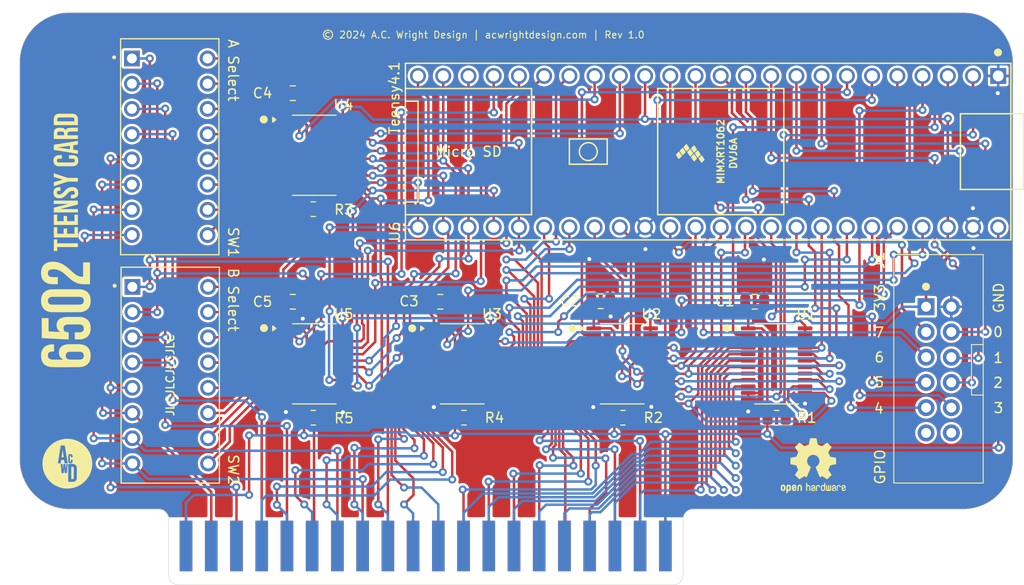
<source format=kicad_pcb>
(kicad_pcb (version 20241229) (generator "pcbnew") (generator_version "9.0")
  (title_block (title "6502 Teensy Card") (date "2024-07-04") (rev "1.0") (company "A.C. Wright Design"))
  (layers (0 "F.Cu" signal "Top") (2 "B.Cu" signal "Bottom") (13 "F.Paste" user) (15 "B.Paste" user) (5 "F.SilkS" user "F.Silkscreen") (7 "B.SilkS" user "B.Silkscreen") (1 "F.Mask" user) (3 "B.Mask" user) (25 "Edge.Cuts" user))
  (net 0 "")
  (net 1 "D7")
  (net 2 "PHI2")
  (net 3 "D0")
  (net 4 "A2")
  (net 5 "RWB")
  (net 6 "A4")
  (net 7 "D6")
  (net 8 "A13")
  (net 9 "A7")
  (net 10 "A6")
  (net 11 "A15")
  (net 12 "A8")
  (net 13 "A0")
  (net 14 "D4")
  (net 15 "D3")
  (net 16 "A1")
  (net 17 "D5")
  (net 18 "A14")
  (net 19 "A5")
  (net 20 "SYNC")
  (net 21 "D2")
  (net 22 "A10")
  (net 23 "A9")
  (net 24 "D1")
  (net 25 "GND")
  (net 26 "VCC")
  (net 27 "BE")
  (net 28 "RDY")
  (net 29 "A11")
  (net 30 "A12")
  (net 31 "A3")
  (net 32 "NMIB")
  (net 33 "IRQB")
  (net 34 "RESB")
  (net 35 "GPIO1")
  (net 37 "GPIO6")
  (net 38 "GPIO4")
  (net 40 "GPIO7")
  (net 41 "GPIO0")
  (net 42 "GPIO2")
  (net 43 "A9_3V3")
  (net 44 "GPIO5")
  (net 45 "AD0_3V3")
  (net 46 "GPIO3")
  (net 48 "unconnected-(J2-PadEXP3)")
  (net 49 "A14_3V3")
  (net 51 "AD7_3V3")
  (net 52 "A13_3V3")
  (net 54 "BE_A")
  (net 55 "RESB_A")
  (net 56 "SYNC_A")
  (net 57 "PHI2_A")
  (net 58 "3V3")
  (net 59 "AD3_3V3")
  (net 60 "AD2_3V3")
  (net 61 "RDY_A")
  (net 62 "NMIB_A")
  (net 63 "RWB_A")
  (net 64 "A15_3V3")
  (net 65 "IRQB_A")
  (net 66 "AD4_3V3")
  (net 67 "NMIB_B")
  (net 68 "RESB_B")
  (net 69 "IRQB_B")
  (net 70 "RDY_B")
  (net 71 "A12_3V3")
  (net 72 "A8_3V3")
  (net 73 "PHI2_B")
  (net 74 "BE_B")
  (net 75 "RWB_B")
  (net 76 "SYNC_B")
  (net 77 "AD6_3V3")
  (net 78 "AD1_3V3")
  (net 79 "A10_3V3")
  (net 80 "A11_3V3")
  (net 81 "AD5_3V3")
  (net 82 "OE1")
  (net 83 "DIR1")
  (net 84 "DIR2")
  (net 85 "OE2")
  (net 86 "OE3")
  (net 87 "DIR3")
  (net 88 "BE_3V3")
  (net 89 "PHI2_3V3")
  (net 90 "DIR4")
  (net 91 "OE4")
  (net 92 "IRQB_3V3")
  (net 93 "NMIB_3V3")
  (net 94 "RDY_3V3")
  (net 95 "RESB_3V3")
  (net 96 "SYNC_3V3")
  (net 97 "RWB_3V3")
  (net 98 "OE5")
  (net 99 "DIR5")
  (footprint "6502 Parts:6502 Card Edge" (layer "F.Cu") (at 115.25 132.44)
    (property "Reference" "J2" (hide yes))
    (property "Value" "6502 Card Edge" (hide yes))
  )
  (footprint "A.C. Wright Logo:A.C. Wright Logo 5mm" (layer "F.Cu") (at 103.3011 121.6136)
    (property "Reference" "G***" (hide yes))
    (property "Value" "LOGO" (hide yes))
  )
  (footprint "6502 Logos:6502 Teensy Card Logo 5mm" (layer "F.Cu") (at 103.151047 91.915215 90)
    (property "Reference" "G***" (hide yes))
    (property "Value" "LOGO" (hide yes))
  )
  (footprint "Capacitor_SMD:C_0805_2012Metric" (layer "F.Cu") (at 126.0011 105.3136)
    (property "Reference" "C5")
    (property "Value" "100nF" (hide yes))
  )
  (footprint "Package_SO:TSSOP-24_4.4x7.8mm_P0.65mm" (layer "F.Cu") (at 159.1636 111.5636)
    (property "Reference" "U2")
    (property "Value" "SN74LVC4245APWR" (hide yes))
  )
  (footprint "Capacitor_SMD:C_0805_2012Metric" (layer "F.Cu") (at 172.5011 105.3136)
    (property "Reference" "C1")
    (property "Value" "100nF" (hide yes))
  )
  (footprint "Resistor_SMD:R_0805_2012Metric" (layer "F.Cu") (at 128.0636 116.9886)
    (property "Reference" "R5")
    (property "Value" "1k" (hide yes))
  )
  (footprint "Capacitor_SMD:C_0805_2012Metric" (layer "F.Cu") (at 140.8511 105.3136)
    (property "Reference" "C3")
    (property "Value" "100nF" (hide yes))
  )
  (footprint "Teensy:Teensy41 Basic" (layer "F.Cu") (at 167.8161 90.1936 180)
    (property "Reference" "U6")
    (property "Value" "Teensy4.1")
  )
  (footprint "Resistor_SMD:R_0805_2012Metric" (layer "F.Cu") (at 159.2386 116.9886)
    (property "Reference" "R2")
    (property "Value" "1k" (hide yes))
  )
  (footprint "Package_SO:TSSOP-24_4.4x7.8mm_P0.65mm" (layer "F.Cu") (at 174.7136 111.5636)
    (property "Reference" "U1")
    (property "Value" "SN74LVC4245APWR" (hide yes))
  )
  (footprint "Package_SO:TSSOP-24_4.4x7.8mm_P0.65mm" (layer "F.Cu") (at 128.1636 111.5636)
    (property "Reference" "U5")
    (property "Value" "SN74LVC4245APWR" (hide yes))
  )
  (footprint "Resistor_SMD:R_0805_2012Metric" (layer "F.Cu") (at 143.2386 116.9886)
    (property "Reference" "R4")
    (property "Value" "1k" (hide yes))
  )
  (footprint "6502 Parts:DS01C-254-L-08BE" (layer "F.Cu") (at 113.6611 112.7036 -90)
    (property "Reference" "SW2")
    (property "Value" "B Select")
  )
  (footprint "Symbol:OSHW-Logo2_7.3x6mm_SilkScreen" (layer "F.Cu") (at 178.4011 121.8136)
    (property "Reference" "REF**" (hide yes))
    (property "Value" "OSHW-Logo2_7.3x6mm_SilkScreen" (hide yes))
  )
  (footprint "Capacitor_SMD:C_0805_2012Metric" (layer "F.Cu") (at 157.0011 105.2636)
    (property "Reference" "C2")
    (property "Value" "100nF" (hide yes))
  )
  (footprint "6502 Parts:6502 GPIO Connector" (layer "F.Cu") (at 189.7611 105.8136)
    (property "Reference" "J1")
    (property "Value" "GPIO")
  )
  (footprint "Resistor_SMD:R_0805_2012Metric" (layer "F.Cu") (at 174.7136 116.9886)
    (property "Reference" "R1")
    (property "Value" "1k" (hide yes))
  )
  (footprint "Package_SO:TSSOP-24_4.4x7.8mm_P0.65mm" (layer "F.Cu") (at 143.0636 111.5636)
    (property "Reference" "U3")
    (property "Value" "SN74LVC4245APWR" (hide yes))
  )
  (footprint "Capacitor_SMD:C_0805_2012Metric" (layer "F.Cu") (at 126.0011 84.3136)
    (property "Reference" "C4")
    (property "Value" "100nF" (hide yes))
  )
  (footprint "Package_SO:TSSOP-24_4.4x7.8mm_P0.65mm" (layer "F.Cu") (at 128.1636 90.5636)
    (property "Reference" "U4")
    (property "Value" "SN74LVC4245APWR" (hide yes))
  )
  (footprint "Resistor_SMD:R_0805_2012Metric" (layer "F.Cu") (at 128.0636 95.9886)
    (property "Reference" "R3")
    (property "Value" "1k" (hide yes))
  )
  (footprint "6502 Parts:DS01C-254-L-08BE" (layer "F.Cu") (at 113.6111 89.7036 -90)
    (property "Reference" "SW1")
    (property "Value" "A Select")
  )
  (gr_circle (center 169.7011 107.9636) (end 169.9011 107.9636) (stroke (width 0.4)) (fill no) (layer "F.SilkS"))
  (gr_circle (center 189.7511 103.7886) (end 189.9511 103.7886) (stroke (width 0.4)) (fill no) (layer "F.SilkS"))
  (gr_circle (center 123.1011 107.9636) (end 123.3011 107.9636) (stroke (width 0.4)) (fill no) (layer "F.SilkS"))
  (gr_circle (center 123.0761 86.9636) (end 123.2761 86.9636) (stroke (width 0.4)) (fill no) (layer "F.SilkS"))
  (gr_circle (center 154.1761 107.9886) (end 154.3761 107.9886) (stroke (width 0.4)) (fill no) (layer "F.SilkS"))
  (gr_circle (center 138.0261 107.9886) (end 138.2261 107.9886) (stroke (width 0.4)) (fill no) (layer "F.SilkS"))
  (gr_circle (center 197.0011 80.2136) (end 197.2011 80.2136) (stroke (width 0.4)) (fill no) (layer "F.SilkS"))
  (gr_line (start 165.3011 132.8136) (end 165.3011 127.1936) (stroke (width 0.05)) (layer "Edge.Cuts"))
  (gr_line (start 166.3011 126.1936) (end 193.5011 126.1936) (stroke (width 0.05)) (layer "Edge.Cuts"))
  (gr_line (start 198.5011 121.1936) (end 198.5011 81.1936) (stroke (width 0.05)) (layer "Edge.Cuts"))
  (gr_arc (start 112.5011 126.1936) (mid 113.208207 126.486493) (end 113.5011 127.1936) (stroke (width 0.05)) (layer "Edge.Cuts"))
  (gr_arc (start 103.5011 126.1936) (mid 99.965566 124.729134) (end 98.5011 121.1936) (stroke (width 0.05)) (layer "Edge.Cuts"))
  (gr_arc (start 114.5011 133.8136) (mid 113.793993 133.520707) (end 113.5011 132.8136) (stroke (width 0.05)) (layer "Edge.Cuts"))
  (gr_line (start 103.5011 126.1936) (end 112.5011 126.1936) (stroke (width 0.05)) (layer "Edge.Cuts"))
  (gr_arc (start 198.5011 121.1936) (mid 197.036634 124.729134) (end 193.5011 126.1936) (stroke (width 0.05)) (layer "Edge.Cuts"))
  (gr_line (start 114.5011 133.8136) (end 164.3011 133.8136) (stroke (width 0.05)) (layer "Edge.Cuts"))
  (gr_arc (start 165.3011 132.8136) (mid 165.008207 133.520707) (end 164.3011 133.8136) (stroke (width 0.05)) (layer "Edge.Cuts"))
  (gr_line (start 193.5011 76.1936) (end 103.5011 76.1936) (stroke (width 0.05)) (layer "Edge.Cuts"))
  (gr_line (start 113.5011 127.1936) (end 113.5011 132.8136) (stroke (width 0.05)) (layer "Edge.Cuts"))
  (gr_line (start 98.5011 81.1936) (end 98.5011 121.1936) (stroke (width 0.05)) (layer "Edge.Cuts"))
  (gr_arc (start 165.3011 127.1936) (mid 165.593993 126.486493) (end 166.3011 126.1936) (stroke (width 0.05)) (layer "Edge.Cuts"))
  (gr_arc (start 193.5011 76.1936) (mid 197.036634 77.658066) (end 198.5011 81.1936) (stroke (width 0.05)) (layer "Edge.Cuts"))
  (gr_arc (start 98.5011 81.1936) (mid 99.965566 77.658066) (end 103.5011 76.1936) (stroke (width 0.05)) (layer "Edge.Cuts"))
  (gr_text "1" (at 197.0261 110.9636 0) (layer "F.SilkS") (effects (font (size 1 1))))
  (gr_text "2" (at 197.0011 113.4636 0) (layer "F.SilkS") (effects (font (size 1 1))))
  (gr_text "5" (at 185.0511 113.4136 0) (layer "F.SilkS") (effects (font (size 1 1))))
  (gr_text "7" (at 185.0511 108.4136 0) (layer "F.SilkS") (effects (font (size 1 1))))
  (gr_text "GND" (at 197.0761 104.9136 90) (layer "F.SilkS") (effects (font (size 1 1))))
  (gr_text "© 2024 A.C. Wright Design | acwrightdesign.com | Rev 1.0" (at 145.1761 78.4386 0) (layer "F.SilkS") (effects (font (size 0.7 0.7) (thickness 0.1))))
  (gr_text "6" (at 185.0511 110.9136 0) (layer "F.SilkS") (effects (font (size 1 1))))
  (gr_text "0" (at 197.0011 108.3636 0) (layer "F.SilkS") (effects (font (size 1 1))))
  (gr_text "4" (at 185.0011 116.0636 0) (layer "F.SilkS") (effects (font (size 1 1))))
  (gr_text "3" (at 197.0511 116.0136 0) (layer "F.SilkS") (effects (font (size 1 1))))
  (gr_text "JLCJLCJLCJLC" (at 113.6611 112.7036 90) (layer "F.SilkS") (effects (font (size 0.8 0.8))))
  (gr_text "3V3" (at 185.1011 104.8886 90) (layer "F.SilkS") (effects (font (size 1 1))))
  (segment (start 154.3401 114.2996) (end 154.8011 113.8386) (width 0.25) (layer "F.Cu") (net 1))
  (segment (start 156.5011 119.312283) (end 154.3401 117.151283) (width 0.25) (layer "F.Cu") (net 1))
  (segment (start 156.5011 121.8136) (end 156.5011 119.312283) (width 0.25) (layer "F.Cu") (net 1))
  (segment (start 143.1011 124.2136) (end 143.19 124.3025) (width 0.25) (layer "F.Cu") (net 1))
  (segment (start 154.3401 117.151283) (end 154.3401 114.2996) (width 0.25) (layer "F.Cu") (net 1))
  (segment (start 154.8011 113.8386) (end 156.3011 113.8386) (width 0.25) (layer "F.Cu") (net 1))
  (segment (start 143.19 124.3025) (end 143.19 129.9) (width 0.25) (layer "F.Cu") (net 1))
  (segment (start 143.19 129.9) (end 142.766995 129.476995) (width 0.25) (layer "F.Cu") (net 1))
  (via (at 143.1011 124.2136) (size 0.8) (drill 0.4) (layers "F.Cu" "B.Cu") (net 1))
  (via (at 156.5011 121.8136) (size 0.8) (drill 0.4) (layers "F.Cu" "B.Cu") (net 1))
  (segment (start 143.1011 124.2136) (end 156.0511 124.2136) (width 0.25) (layer "B.Cu") (net 1))
  (segment (start 156.0511 124.2136) (end 156.5011 123.7636) (width 0.25) (layer "B.Cu") (net 1))
  (segment (start 156.5011 123.7636) (end 156.5011 121.8136) (width 0.25) (layer "B.Cu") (net 1))
  (segment (start 111.6011 101.1136) (end 111.6011 80.8136) (width 0.25) (layer "F.Cu") (net 2))
  (segment (start 135.57 103.3325) (end 135.57 129.9) (width 0.25) (layer "F.Cu") (net 2))
  (segment (start 111.6011 103.7636) (end 111.6011 101.1136) (width 0.25) (layer "F.Cu") (net 2))
  (segment (start 135.5761 101.2636) (end 135.5761 103.3264) (width 0.25) (layer "F.Cu") (net 2))
  (segment (start 135.5761 103.3264) (end 135.57 103.3325) (width 0.25) (layer "F.Cu") (net 2))
  (via (at 111.6011 103.7636) (size 0.8) (drill 0.4) (layers "F.Cu" "B.Cu") (net 2))
  (via (at 111.6011 80.8136) (size 0.8) (drill 0.4) (layers "F.Cu" "B.Cu") (net 2))
  (via (at 111.6011 101.1136) (size 0.8) (drill 0.4) (layers "F.Cu" "B.Cu") (net 2))
  (via (at 135.5761 101.2636) (size 0.8) (drill 0.4) (layers "F.Cu" "B.Cu") (net 2))
  (segment (start 111.6011 80.8136) (end 109.8011 80.8136) (width 0.25) (layer "B.Cu") (net 2))
  (segment (start 111.7511 101.2636) (end 111.6011 101.1136) (width 0.25) (layer "B.Cu") (net 2))
  (segment (start 111.5511 103.8136) (end 111.6011 103.7636) (width 0.25) (layer "B.Cu") (net 2))
  (segment (start 135.5761 101.2636) (end 111.7511 101.2636) (width 0.25) (layer "B.Cu") (net 2))
  (segment (start 109.8511 103.8136) (end 111.5511 103.8136) (width 0.25) (layer "B.Cu") (net 2))
  (segment (start 160.909 129.839) (end 160.97 129.9) (width 0.25) (layer "F.Cu") (net 3))
  (segment (start 151.7011 111.6636) (end 154.0761 109.2886) (width 0.25) (layer "F.Cu") (net 3))
  (segment (start 160.9511 119.3136) (end 160.97 119.3325) (width 0.25) (layer "F.Cu") (net 3))
  (segment (start 150.8511 119.2636) (end 151.7011 118.4136) (width 0.25) (layer "F.Cu") (net 3))
  (segment (start 154.0761 109.2886) (end 156.3011 109.2886) (width 0.25) (layer "F.Cu") (net 3))
  (segment (start 151.7011 118.4136) (end 151.7011 111.6636) (width 0.25) (layer "F.Cu") (net 3))
  (segment (start 160.97 119.3325) (end 160.97 129.9) (width 0.25) (layer "F.Cu") (net 3))
  (via (at 150.8511 119.2636) (size 0.8) (drill 0.4) (layers "F.Cu" "B.Cu") (net 3))
  (via (at 160.9511 119.3136) (size 0.8) (drill 0.4) (layers "F.Cu" "B.Cu") (net 3))
  (segment (start 150.9011 119.3136) (end 160.9511 119.3136) (width 0.25) (layer "B.Cu") (net 3))
  (segment (start 150.8511 119.2636) (end 150.9011 119.3136) (width 0.25) (layer "B.Cu") (net 3))
  (segment (start 169.9261 110.5886) (end 168.1011 112.4136) (width 0.25) (layer "F.Cu") (net 4))
  (segment (start 168.1011 112.4136) (end 168.1011 122.9636) (width 0.25) (layer "F.Cu") (net 4))
  (segment (start 171.8511 110.5886) (end 169.9261 110.5886) (width 0.25) (layer "F.Cu") (net 4))
  (segment (start 168.1011 122.9636) (end 169.4011 124.2636) (width 0.25) (layer "F.Cu") (net 4))
  (via (at 169.4011 124.2636) (size 0.8) (drill 0.4) (layers "F.Cu" "B.Cu") (net 4))
  (segment (start 156.965052 126.498598) (end 160.60005 122.8636) (width 0.25) (layer "B.Cu") (net 4))
  (segment (start 160.60005 122.8636) (end 168.0011 122.8636) (width 0.25) (layer "B.Cu") (net 4))
  (segment (start 155.89 126.7247) (end 156.116102 126.498598) (width 0.25) (layer "B.Cu") (net 4))
  (segment (start 155.89 129.9) (end 155.89 126.7247) (width 0.25) (layer "B.Cu") (net 4))
  (segment (start 156.116102 126.498598) (end 156.965052 126.498598) (width 0.25) (layer "B.Cu") (net 4))
  (segment (start 168.0011 122.8636) (end 169.4011 124.2636) (width 0.25) (layer "B.Cu") (net 4))
  (segment (start 130.49 129.9) (end 130.429 129.839) (width 0.25) (layer "F.Cu") (net 5))
  (segment (start 130.49 120.3247) (end 130.5011 120.3136) (width 0.25) (layer "F.Cu") (net 5))
  (segment (start 105.9511 96.0136) (end 105.9511 119.0636) (width 0.25) (layer "F.Cu") (net 5))
  (segment (start 130.49 129.9) (end 130.49 120.3247) (width 0.25) (layer "F.Cu") (net 5))
  (via (at 130.5011 120.3136) (size 0.8) (drill 0.4) (layers "F.Cu" "B.Cu") (net 5))
  (via (at 105.9511 96.0136) (size 0.8) (drill 0.4) (layers "F.Cu" "B.Cu") (net 5))
  (via (at 105.9511 119.0636) (size 0.8) (drill 0.4) (layers "F.Cu" "B.Cu") (net 5))
  (segment (start 105.9511 119.0636) (end 105.9611 119.0536) (width 0.25) (layer "B.Cu") (net 5))
  (segment (start 105.9611 119.0536) (end 109.8511 119.0536) (width 0.25) (layer "B.Cu") (net 5))
  (segment (start 130.5011 120.3136) (end 111.1111 120.3136) (width 0.25) (layer "B.Cu") (net 5))
  (segment (start 105.9911 96.0536) (end 105.9511 96.0136) (width 0.25) (layer "B.Cu") (net 5))
  (segment (start 109.8011 96.0536) (end 105.9911 96.0536) (width 0.25) (layer "B.Cu") (net 5))
  (segment (start 111.1111 120.3136) (end 109.8511 119.0536) (width 0.25) (layer "B.Cu") (net 5))
  (segment (start 169.9261 111.8886) (end 171.8511 111.8886) (width 0.25) (layer "F.Cu") (net 6))
  (segment (start 169.0011 121.4636) (end 169.0011 112.8136) (width 0.25) (layer "F.Cu") (net 6))
  (segment (start 169.0011 112.8136) (end 169.9261 111.8886) (width 0.25) (layer "F.Cu") (net 6))
  (segment (start 170.6011 123.0636) (end 169.0011 121.4636) (width 0.25) (layer "F.Cu") (net 6))
  (via (at 170.6011 123.0636) (size 0.8) (drill 0.4) (layers "F.Cu" "B.Cu") (net 6))
  (segment (start 151.5011 125.7446) (end 150.81 126.4357) (width 0.25) (layer "B.Cu") (net 6))
  (segment (start 161.269575 121.7946) (end 160.602734 121.7946) (width 0.25) (layer "B.Cu") (net 6))
  (segment (start 169.0511 121.5136) (end 161.550575 121.5136) (width 0.25) (layer "B.Cu") (net 6))
  (segment (start 150.81 126.4357) (end 150.81 129.9) (width 0.25) (layer "B.Cu") (net 6))
  (segment (start 160.602734 121.7946) (end 156.652734 125.7446) (width 0.25) (layer "B.Cu") (net 6))
  (segment (start 161.550575 121.5136) (end 161.269575 121.7946) (width 0.25) (layer "B.Cu") (net 6))
  (segment (start 156.652734 125.7446) (end 151.5011 125.7446) (width 0.25) (layer "B.Cu") (net 6))
  (segment (start 170.6011 123.0636) (end 169.0511 121.5136) (width 0.25) (layer "B.Cu") (net 6))
  (segment (start 156.3011 113.1886) (end 154.7261 113.1886) (width 0.25) (layer "F.Cu") (net 7))
  (segment (start 154.7261 113.1886) (end 153.9631 113.9516) (width 0.25) (layer "F.Cu") (net 7))
  (segment (start 153.9631 113.9516) (end 153.9631 117.307442) (width 0.25) (layer "F.Cu") (net 7))
  (segment (start 155.7511 119.095442) (end 155.7511 123.4136) (width 0.25) (layer "F.Cu") (net 7))
  (segment (start 145.73 123.4425) (end 145.73 129.9) (width 0.25) (layer "F.Cu") (net 7))
  (segment (start 145.7011 123.4136) (end 145.73 123.4425) (width 0.25) (layer "F.Cu") (net 7))
  (segment (start 153.9631 117.307442) (end 155.7511 119.095442) (width 0.25) (layer "F.Cu") (net 7))
  (via (at 155.7511 123.4136) (size 0.8) (drill 0.4) (layers "F.Cu" "B.Cu") (net 7))
  (via (at 145.7011 123.4136) (size 0.8) (drill 0.4) (layers "F.Cu" "B.Cu") (net 7))
  (segment (start 155.7511 123.4136) (end 145.7011 123.4136) (width 0.25) (layer "B.Cu") (net 7))
  (segment (start 137.832 113.39849) (end 138.69189 112.5386) (width 0.25) (layer "F.Cu") (net 8))
  (segment (start 137.832 117.257442) (end 137.832 113.39849) (width 0.25) (layer "F.Cu") (net 8))
  (segment (start 138.69189 112.5386) (end 140.2011 112.5386) (width 0.25) (layer "F.Cu") (net 8))
  (segment (start 140.1511 119.576542) (end 137.832 117.257442) (width 0.25) (layer "F.Cu") (net 8))
  (segment (start 126.2511 124.8136) (end 127.1511 125.7136) (width 0.25) (layer "F.Cu") (net 8))
  (segment (start 126.2511 122.2636) (end 126.2511 124.8136) (width 0.25) (layer "F.Cu") (net 8))
  (segment (start 140.1511 121.6636) (end 140.1511 119.576542) (width 0.25) (layer "F.Cu") (net 8))
  (via (at 127.1511 125.7136) (size 0.8) (drill 0.4) (layers "F.Cu" "B.Cu") (net 8))
  (via (at 140.1511 121.6636) (size 0.8) (drill 0.4) (layers "F.Cu" "B.Cu") (net 8))
  (via (at 126.2511 122.2636) (size 0.8) (drill 0.4) (layers "F.Cu" "B.Cu") (net 8))
  (segment (start 127.1511 125.7136) (end 127.95 126.5125) (width 0.25) (layer "B.Cu") (net 8))
  (segment (start 133.02479 122.2636) (end 126.2511 122.2636) (width 0.25) (layer "B.Cu") (net 8))
  (segment (start 133.62479 121.6636) (end 133.02479 122.2636) (width 0.25) (layer "B.Cu") (net 8))
  (segment (start 140.1511 121.6636) (end 133.62479 121.6636) (width 0.25) (layer "B.Cu") (net 8))
  (segment (start 127.95 126.5125) (end 127.95 129.9) (width 0.25) (layer "B.Cu") (net 8))
  (segment (start 170.3511 114.0386) (end 170.5511 113.8386) (width 0.25) (layer "F.Cu") (net 9))
  (segment (start 170.5511 113.8386) (end 171.8511 113.8386) (width 0.25) (layer "F.Cu") (net 9))
  (segment (start 170.3511 119.1636) (end 170.3511 114.0386) (width 0.25) (layer "F.Cu") (net 9))
  (segment (start 170.6011 119.4136) (end 170.3511 119.1636) (width 0.25) (layer "F.Cu") (net 9))
  (via (at 170.6011 119.4136) (size 0.8) (drill 0.4) (layers "F.Cu" "B.Cu") (net 9))
  (segment (start 164.1011 119.4136) (end 170.6011 119.4136) (width 0.25) (layer "B.Cu") (net 9))
  (segment (start 156.184258 124.6136) (end 160.134258 120.6636) (width 0.25) (layer "B.Cu") (net 9))
  (segment (start 160.8011 120.6636) (end 162.0511 119.4136) (width 0.25) (layer "B.Cu") (net 9))
  (segment (start 160.134258 120.6636) (end 160.8011 120.6636) (width 0.25) (layer "B.Cu") (net 9))
  (segment (start 143.19 129.9) (end 143.19 126.5747) (width 0.25) (layer "B.Cu") (net 9))
  (segment (start 145.1511 124.6136) (end 156.184258 124.6136) (width 0.25) (layer "B.Cu") (net 9))
  (segment (start 143.19 126.5747) (end 145.1511 124.6136) (width 0.25) (layer "B.Cu") (net 9))
  (segment (start 162.0511 119.4136) (end 164.1011 119.4136) (width 0.25) (layer "B.Cu") (net 9))
  (segment (start 170.2761 113.1886) (end 171.8511 113.1886) (width 0.25) (layer "F.Cu") (net 10))
  (segment (start 169.9011 113.5636) (end 170.2761 113.1886) (width 0.25) (layer "F.Cu") (net 10))
  (segment (start 170.6011 120.5636) (end 169.9011 119.8636) (width 0.25) (layer "F.Cu") (net 10))
  (segment (start 169.9011 119.7636) (end 169.9011 113.5636) (width 0.25) (layer "F.Cu") (net 10))
  (via (at 170.6011 120.5636) (size 0.8) (drill 0.4) (layers "F.Cu" "B.Cu") (net 10))
  (segment (start 161.884258 120.1136) (end 160.957258 121.0406) (width 0.25) (layer "B.Cu") (net 10))
  (segment (start 160.957258 121.0406) (end 160.290417 121.0406) (width 0.25) (layer "B.Cu") (net 10))
  (segment (start 165.0511 120.1136) (end 170.1511 120.1136) (width 0.25) (layer "B.Cu") (net 10))
  (segment (start 165.0511 120.1136) (end 161.884258 120.1136) (width 0.25) (layer "B.Cu") (net 10))
  (segment (start 170.1511 120.1136) (end 170.6011 120.5636) (width 0.25) (layer "B.Cu") (net 10))
  (segment (start 145.73 125.9617) (end 145.73 129.9) (width 0.25) (layer "B.Cu") (net 10))
  (segment (start 160.290417 121.0406) (end 156.340417 124.9906) (width 0.25) (layer "B.Cu") (net 10))
  (segment (start 156.340417 124.9906) (end 146.7011 124.9906) (width 0.25) (layer "B.Cu") (net 10))
  (segment (start 146.7011 124.9906) (end 145.73 125.9617) (width 0.25) (layer "B.Cu") (net 10))
  (segment (start 142.0511 123.2136) (end 142.0511 120.410225) (width 0.25) (layer "F.Cu") (net 11))
  (segment (start 142.0511 120.410225) (end 138.586 116.945125) (width 0.25) (layer "F.Cu") (net 11))
  (segment (start 138.586 116.945125) (end 138.586 114.0787) (width 0.25) (layer "F.Cu") (net 11))
  (segment (start 138.586 114.0787) (end 138.8261 113.8386) (width 0.25) (layer "F.Cu") (net 11))
  (segment (start 138.8261 113.8386) (end 140.2011 113.8386) (width 0.25) (layer "F.Cu") (net 11))
  (via (at 142.0511 123.2136) (size 0.8) (drill 0.4) (layers "F.Cu" "B.Cu") (net 11))
  (segment (start 123.3389 124.8136) (end 122.87 125.2825) (width 0.25) (layer "B.Cu") (net 11))
  (segment (start 134.2011 124.8136) (end 123.3389 124.8136) (width 0.25) (layer "B.Cu") (net 11))
  (segment (start 122.87 125.2825) (end 122.87 129.9) (width 0.25) (layer "B.Cu") (net 11))
  (segment (start 142.0511 123.2136) (end 135.8011 123.2136) (width 0.25) (layer "B.Cu") (net 11))
  (segment (start 135.8011 123.2136) (end 134.2011 124.8136) (width 0.25) (layer "B.Cu") (net 11))
  (segment (start 139.2761 109.2886) (end 140.2011 109.2886) (width 0.25) (layer "F.Cu") (net 12))
  (segment (start 137.2011 124.0136) (end 135.947 122.7595) (width 0.25) (layer "F.Cu") (net 12))
  (segment (start 135.947 122.7595) (end 135.947 112.6177) (width 0.25) (layer "F.Cu") (net 12))
  (segment (start 135.947 112.6177) (end 139.2761 109.2886) (width 0.25) (layer "F.Cu") (net 12))
  (via (at 137.2011 124.0136) (size 0.8) (drill 0.4) (layers "F.Cu" "B.Cu") (net 12))
  (segment (start 137.2011 124.0136) (end 138.9511 124.0136) (width 0.25) (layer "B.Cu") (net 12))
  (segment (start 140.65 125.7125) (end 140.65 129.9) (width 0.25) (layer "B.Cu") (net 12))
  (segment (start 138.9511 124.0136) (end 140.65 125.7125) (width 0.25) (layer "B.Cu") (net 12))
  (segment (start 167.2011 111.9636) (end 169.8761 109.2886) (width 0.25) (layer "F.Cu") (net 13))
  (segment (start 169.8761 109.2886) (end 171.8511 109.2886) (width 0.25) (layer "F.Cu") (net 13))
  (segment (start 167.2011 124.1136) (end 167.2011 111.9636) (width 0.25) (layer "F.Cu") (net 13))
  (segment (start 167.0761 124.2386) (end 167.2011 124.1136) (width 0.25) (layer "F.Cu") (net 13))
  (via (at 167.0761 124.2386) (size 0.8) (drill 0.4) (layers "F.Cu" "B.Cu") (net 13))
  (segment (start 160.97 124.6947) (end 160.97 129.9) (width 0.25) (layer "B.Cu") (net 13))
  (segment (start 167.0761 124.2386) (end 167.0011 124.3136) (width 0.25) (layer "B.Cu") (net 13))
  (segment (start 167.0011 124.3136) (end 161.3511 124.3136) (width 0.25) (layer "B.Cu") (net 13))
  (segment (start 161.3511 124.3136) (end 160.97 124.6947) (width 0.25) (layer "B.Cu") (net 13))
  (segment (start 153.2091 119.988441) (end 153.2091 113.2056) (width 0.25) (layer "F.Cu") (net 14))
  (segment (start 150.81 121.8047) (end 150.81 129.9) (width 0.25) (layer "F.Cu") (net 14))
  (segment (start 150.8511 121.7636) (end 150.81 121.8047) (width 0.25) (layer "F.Cu") (net 14))
  (segment (start 154.2511 121.8136) (end 154.2511 121.030441) (width 0.25) (layer "F.Cu") (net 14))
  (segment (start 154.2511 121.030441) (end 153.2091 119.988441) (width 0.25) (layer "F.Cu") (net 14))
  (segment (start 154.5261 111.8886) (end 156.3011 111.8886) (width 0.25) (layer "F.Cu") (net 14))
  (segment (start 153.2091 113.2056) (end 154.5261 111.8886) (width 0.25) (layer "F.Cu") (net 14))
  (via (at 150.8511 121.7636) (size 0.8) (drill 0.4) (layers "F.Cu" "B.Cu") (net 14))
  (via (at 154.2511 121.8136) (size 0.8) (drill 0.4) (layers "F.Cu" "B.Cu") (net 14))
  (segment (start 150.8511 121.7636) (end 150.9011 121.8136) (width 0.25) (layer "B.Cu") (net 14))
  (segment (start 150.9011 121.8136) (end 154.2511 121.8136) (width 0.25) (layer "B.Cu") (net 14))
  (segment (start 153.4331 129.8169) (end 153.35 129.9) (width 0.25) (layer "F.Cu") (net 15))
  (segment (start 156.3011 111.2386) (end 154.4011 111.2386) (width 0.25) (layer "F.Cu") (net 15))
  (segment (start 152.9761 120.2886) (end 153.212259 120.524759) (width 0.25) (layer "F.Cu") (net 15))
  (segment (start 153.4331 120.7456) (end 153.4331 129.8169) (width 0.25) (layer "F.Cu") (net 15))
  (segment (start 152.8321 120.1446) (end 153.212259 120.524759) (width 0.25) (layer "F.Cu") (net 15))
  (segment (start 154.4011 111.2386) (end 152.8321 112.8076) (width 0.25) (layer "F.Cu") (net 15))
  (segment (start 153.212259 120.524759) (end 153.4331 120.7456) (width 0.25) (layer "F.Cu") (net 15))
  (segment (start 152.8321 112.8076) (end 152.8321 120.1446) (width 0.25) (layer "F.Cu") (net 15))
  (segment (start 169.926623 109.9386) (end 171.8511 109.9386) (width 0.25) (layer "F.Cu") (net 16))
  (segment (start 167.6511 112.214123) (end 169.926623 109.9386) (width 0.25) (layer "F.Cu") (net 16))
  (segment (start 168.2511 124.2136) (end 167.6511 123.6136) (width 0.25) (layer "F.Cu") (net 16))
  (segment (start 168.2511 124.2636) (end 168.2511 124.2136) (width 0.25) (layer "F.Cu") (net 16))
  (segment (start 167.6511 123.6136) (end 167.6511 112.214123) (width 0.25) (layer "F.Cu") (net 16))
  (via (at 168.2511 124.2636) (size 0.8) (drill 0.4) (layers "F.Cu" "B.Cu") (net 16))
  (segment (start 160.483208 123.5136) (end 167.5011 123.5136) (width 0.25) (layer "B.Cu") (net 16))
  (segment (start 158.43 125.566808) (end 160.483208 123.5136) (width 0.25) (layer "B.Cu") (net 16))
  (segment (start 158.43 129.9) (end 158.43 125.566808) (width 0.25) (layer "B.Cu") (net 16))
  (segment (start 167.5011 123.5136) (end 168.2511 124.2636) (width 0.25) (layer "B.Cu") (net 16))
  (segment (start 155.0011 122.6136) (end 155.0011 118.8786) (width 0.25) (layer "F.Cu") (net 17))
  (segment (start 153.5861 113.5786) (end 154.6261 112.5386) (width 0.25) (layer "F.Cu") (net 17))
  (segment (start 153.5861 117.4636) (end 153.5861 113.5786) (width 0.25) (layer "F.Cu") (net 17))
  (segment (start 154.6261 112.5386) (end 156.3011 112.5386) (width 0.25) (layer "F.Cu") (net 17))
  (segment (start 148.27 122.6825) (end 148.27 129.9) (width 0.25) (layer "F.Cu") (net 17))
  (segment (start 155.0011 118.8786) (end 153.5861 117.4636) (width 0.25) (layer "F.Cu") (net 17))
  (segment (start 148.2011 122.6136) (end 148.27 122.6825) (width 0.25) (layer "F.Cu") (net 17))
  (via (at 148.2011 122.6136) (size 0.8) (drill 0.4) (layers "F.Cu" "B.Cu") (net 17))
  (via (at 155.0011 122.6136) (size 0.8) (drill 0.4) (layers "F.Cu" "B.Cu") (net 17))
  (segment (start 148.2011 122.6136) (end 155.0011 122.6136) (width 0.25) (layer "B.Cu") (net 17))
  (segment (start 138.575048 113.1886) (end 138.209 113.554648) (width 0.25) (layer "F.Cu") (net 18))
  (segment (start 138.209 113.554648) (end 138.209 117.101283) (width 0.25) (layer "F.Cu") (net 18))
  (segment (start 140.2011 113.1886) (end 138.575048 113.1886) (width 0.25) (layer "F.Cu") (net 18))
  (segment (start 124.4011 123.9136) (end 124.4011 125.7636) (width 0.25) (layer "F.Cu") (net 18))
  (segment (start 138.209 117.101283) (end 141.1011 119.993383) (width 0.25) (layer "F.Cu") (net 18))
  (segment (start 141.1011 119.993383) (end 141.1011 122.4636) (width 0.25) (layer "F.Cu") (net 18))
  (via (at 124.4011 123.9136) (size 0.8) (drill 0.4) (layers "F.Cu" "B.Cu") (net 18))
  (via (at 124.4011 125.7636) (size 0.8) (drill 0.4) (layers "F.Cu" "B.Cu") (net 18))
  (via (at 141.1011 122.4636) (size 0.8) (drill 0.4) (layers "F.Cu" "B.Cu") (net 18))
  (segment (start 135.4011 122.4636) (end 133.9511 123.9136) (width 0.25) (layer "B.Cu") (net 18))
  (segment (start 133.9511 123.9136) (end 124.4011 123.9136) (width 0.25) (layer "B.Cu") (net 18))
  (segment (start 141.1011 122.4636) (end 135.4011 122.4636) (width 0.25) (layer "B.Cu") (net 18))
  (segment (start 125.41 126.7725) (end 125.41 129.9) (width 0.25) (layer "B.Cu") (net 18))
  (segment (start 124.4011 125.7636) (end 125.41 126.7725) (width 0.25) (layer "B.Cu") (net 18))
  (segment (start 169.4511 113.0136) (end 169.9261 112.5386) (width 0.25) (layer "F.Cu") (net 19))
  (segment (start 169.4511 120.6636) (end 169.4511 113.0136) (width 0.25) (layer "F.Cu") (net 19))
  (segment (start 170.6011 121.8136) (end 169.4511 120.6636) (width 0.25) (layer "F.Cu") (net 19))
  (segment (start 169.9261 112.5386) (end 171.8511 112.5386) (width 0.25) (layer "F.Cu") (net 19))
  (via (at 170.6011 121.8136) (size 0.8) (drill 0.4) (layers "F.Cu" "B.Cu") (net 19))
  (segment (start 169.6011 120.8136) (end 170.6011 121.8136) (width 0.25) (layer "B.Cu") (net 19))
  (segment (start 161.717416 120.8136) (end 165.5011 120.8136) (width 0.25) (layer "B.Cu") (net 19))
  (segment (start 165.5011 120.8136) (end 169.6011 120.8136) (width 0.25) (layer "B.Cu") (net 19))
  (segment (start 161.113416 121.4176) (end 161.717416 120.8136) (width 0.25) (layer "B.Cu") (net 19))
  (segment (start 148.27 129.9) (end 148.27 126.1987) (width 0.25) (layer "B.Cu") (net 19))
  (segment (start 160.446576 121.4176) (end 161.113416 121.4176) (width 0.25) (layer "B.Cu") (net 19))
  (segment (start 148.27 126.1987) (end 149.1011 125.3676) (width 0.25) (layer "B.Cu") (net 19))
  (segment (start 156.496576 125.3676) (end 160.446576 121.4176) (width 0.25) (layer "B.Cu") (net 19))
  (segment (start 149.1011 125.3676) (end 156.496576 125.3676) (width 0.25) (layer "B.Cu") (net 19))
  (segment (start 133.03 129.9) (end 132.97299 129.84299) (width 0.25) (layer "F.Cu") (net 20))
  (segment (start 105.0511 119.2636) (end 105.0511 98.6636) (width 0.25) (layer "F.Cu") (net 20))
  (segment (start 106.8011 121.0136) (end 105.0511 119.2636) (width 0.25) (layer "F.Cu") (net 20))
  (segment (start 106.8011 121.5936) (end 106.8011 121.0136) (width 0.25) (layer "F.Cu") (net 20))
  (segment (start 133.03 123.1847) (end 133.0511 123.1636) (width 0.25) (layer "F.Cu") (net 20))
  (segment (start 133.03 129.9) (end 133.03 123.1847) (width 0.25) (layer "F.Cu") (net 20))
  (via (at 133.0511 123.1636) (size 0.8) (drill 0.4) (layers "F.Cu" "B.Cu") (net 20))
  (via (at 106.8011 121.5936) (size 0.8) (drill 0.4) (layers "F.Cu" "B.Cu") (net 20))
  (via (at 105.0511 98.6636) (size 0.8) (drill 0.4) (layers "F.Cu" "B.Cu") (net 20))
  (segment (start 133.0511 123.1636) (end 111.4211 123.1636) (width 0.25) (layer "B.Cu") (net 20))
  (segment (start 109.8011 98.5936) (end 105.1211 98.5936) (width 0.25) (layer "B.Cu") (net 20))
  (segment (start 105.1211 98.5936) (end 105.0511 98.6636) (width 0.25) (layer "B.Cu") (net 20))
  (segment (start 111.4211 123.1636) (end 109.8511 121.5936) (width 0.25) (layer "B.Cu") (net 20))
  (segment (start 106.8011 121.5936) (end 109.8511 121.5936) (width 0.25) (layer "B.Cu") (net 20))
  (segment (start 154.3011 110.5886) (end 156.3011 110.5886) (width 0.25) (layer "F.Cu") (net 21))
  (segment (start 157.5511 121.1636) (end 157.5511 124.5136) (width 0.25) (layer "F.Cu") (net 21))
  (segment (start 152.4551 112.4346) (end 154.3011 110.5886) (width 0.25) (layer "F.Cu") (net 21))
  (segment (start 152.2011 121.0186) (end 152.2011 119.996758) (width 0.25) (layer "F.Cu") (net 21))
  (segment (start 157.4761 121.0886) (end 157.5511 121.1636) (width 0.25) (layer "F.Cu") (net 21))
  (segment (start 152.4551 119.742758) (end 152.4551 112.4346) (width 0.25) (layer "F.Cu") (net 21))
  (segment (start 155.89 126.1747) (end 155.89 129.9) (width 0.25) (layer "F.Cu") (net 21))
  (segment (start 157.5511 124.5136) (end 155.89 126.1747) (width 0.25) (layer "F.Cu") (net 21))
  (segment (start 152.2011 119.996758) (end 152.4551 119.742758) (width 0.25) (layer "F.Cu") (net 21))
  (via (at 157.4761 121.0886) (size 0.8) (drill 0.4) (layers "F.Cu" "B.Cu") (net 21))
  (via (at 152.2011 121.0186) (size 0.8) (drill 0.4) (layers "F.Cu" "B.Cu") (net 21))
  (segment (start 157.4761 121.0886) (end 157.4061 121.0186) (width 0.25) (layer "B.Cu") (net 21))
  (segment (start 157.4061 121.0186) (end 152.2011 121.0186) (width 0.25) (layer "B.Cu") (net 21))
  (segment (start 136.701 112.930016) (end 139.042416 110.5886) (width 0.25) (layer "F.Cu") (net 22))
  (segment (start 134.6011 123.9636) (end 134.6011 125.7136) (width 0.25) (layer "F.Cu") (net 22))
  (segment (start 137.2011 119.1136) (end 136.701 118.6135) (width 0.25) (layer "F.Cu") (net 22))
  (segment (start 134.6011 119.1636) (end 134.6011 123.9636) (width 0.25) (layer "F.Cu") (net 22))
  (segment (start 136.701 118.6135) (end 136.701 112.930016) (width 0.25) (layer "F.Cu") (net 22))
  (segment (start 139.042416 110.5886) (end 140.2011 110.5886) (width 0.25) (layer "F.Cu") (net 22))
  (via (at 134.6011 125.7136) (size 0.8) (drill 0.4) (layers "F.Cu" "B.Cu") (net 22))
  (via (at 137.2011 119.1136) (size 0.8) (drill 0.4) (layers "F.Cu" "B.Cu") (net 22))
  (via (at 134.6011 119.1636) (size 0.8) (drill 0.4) (layers "F.Cu" "B.Cu") (net 22))
  (segment (start 134.6011 125.7136) (end 135.57 126.6825) (width 0.25) (layer "B.Cu") (net 22))
  (segment (start 134.6511 119.1136) (end 134.6011 119.1636) (width 0.25) (layer "B.Cu") (net 22))
  (segment (start 137.2011 119.1136) (end 134.6511 119.1136) (width 0.25) (layer "B.Cu") (net 22))
  (segment (start 135.57 126.6825) (end 135.57 129.9) (width 0.25) (layer "B.Cu") (net 22))
  (segment (start 140.2011 109.9386) (end 139.159258 109.9386) (width 0.25) (layer "F.Cu") (net 23))
  (segment (start 139.159258 109.9386) (end 136.324 112.773858) (width 0.25) (layer "F.Cu") (net 23))
  (segment (start 136.324 121.2865) (end 138.1511 123.1136) (width 0.25) (layer "F.Cu") (net 23))
  (segment (start 138.1511 124.7636) (end 137.2011 125.7136) (width 0.25) (layer "F.Cu") (net 23))
  (segment (start 136.324 112.773858) (end 136.324 121.2865) (width 0.25) (layer "F.Cu") (net 23))
  (segment (start 138.1511 123.1136) (end 138.1511 124.7636) (width 0.25) (layer "F.Cu") (net 23))
  (via (at 137.2011 125.7136) (size 0.8) (drill 0.4) (layers "F.Cu" "B.Cu") (net 23))
  (segment (start 138.11 126.6225) (end 138.11 129.9) (width 0.25) (layer "B.Cu") (net 23))
  (segment (start 137.2011 125.7136) (end 138.11 126.6225) (width 0.25) (layer "B.Cu") (net 23))
  (segment (start 152.0781 119.5866) (end 152.0781 112.0366) (width 0.25) (layer "F.Cu") (net 24))
  (segment (start 158.43 120.1925) (end 158.43 129.9) (width 0.25) (layer "F.Cu") (net 24))
  (segment (start 151.5011 120.1636) (end 152.0781 119.5866) (width 0.25) (layer "F.Cu") (net 24))
  (segment (start 154.1761 109.9386) (end 156.3011 109.9386) (width 0.25) (layer "F.Cu") (net 24))
  (segment (start 152.0781 112.0366) (end 154.1761 109.9386) (width 0.25) (layer "F.Cu") (net 24))
  (segment (start 158.4011 120.1636) (end 158.43 120.1925) (width 0.25) (layer "F.Cu") (net 24))
  (via (at 151.5011 120.1636) (size 0.8) (drill 0.4) (layers "F.Cu" "B.Cu") (net 24))
  (via (at 158.4011 120.1636) (size 0.8) (drill 0.4) (layers "F.Cu" "B.Cu") (net 24))
  (segment (start 151.5011 120.1636) (end 158.4011 120.1636) (width 0.25) (layer "B.Cu") (net 24))
  (segment (start 115.25 129.9) (end 115.25 125.542) (width 0.25) (layer "F.Cu") (net 25))
  (via (at 155.8511 101.0136) (size 0.8) (drill 0.4) (layers "F.Cu" "B.Cu") (net 25))
  (via (at 156.2511 115.9136) (size 0.8) (drill 0.4) (layers "F.Cu" "B.Cu") (net 25))
  (via (at 194.5261 99.9136) (size 0.8) (drill 0.4) (layers "F.Cu" "B.Cu") (net 25))
  (via (at 196.9761 84.3136) (size 0.8) (drill 0.4) (layers "F.Cu" "B.Cu") (net 25))
  (via (at 125.3011 116.4136) (size 0.8) (drill 0.4) (layers "F.Cu" "B.Cu") (net 25))
  (via (at 177.5761 115.5636) (size 0.8) (drill 0.4) (layers "F.Cu" "B.Cu") (net 25))
  (via (at 158.0011 106.7886) (size 0.8) (drill 0.4) (layers "F.Cu" "B.Cu") (net 25))
  (via (at 162.1011 115.8886) (size 0.8) (drill 0.4) (layers "F.Cu" "B.Cu") (net 25))
  (via (at 140.2011 115.9136) (size 0.8) (drill 0.4) (layers "F.Cu" "B.Cu") (net 25))
  (via (at 131.0511 116.4386) (size 0.8) (drill 0.4) (layers "F.Cu" "B.Cu") (net 25))
  (via (at 127.0011 107.0136) (size 0.8) (drill 0.4) (layers "F.Cu" "B.Cu") (net 25))
  (via (at 171.8511 116.3636) (size 0.8) (drill 0.4) (layers "F.Cu" "B.Cu") (net 25))
  (via (at 194.4761 95.8886) (size 0.8) (drill 0.4) (layers "F.Cu" "B.Cu") (net 25))
  (via (at 161.5011 100.0136) (size 0.8) (drill 0.4) (layers "F.Cu" "B.Cu") (net 25))
  (via (at 173.4261 101.0636) (size 0.8) (drill 0.4) (layers "F.Cu" "B.Cu") (net 25))
  (segment (start 163.51 129.9) (end 163.51 125.4297) (width 0.25) (layer "B.Cu") (net 25))
  (segment (start 142.3261 108.7386) (end 141.5761 107.9886) (width 0.25) (layer "F.Cu") (net 26))
  (segment (start 127.4011 108.5636) (end 127.4011 115.3136) (width 0.25) (layer "F.Cu") (net 26))
  (segment (start 158.3761 108.3636) (end 158.0011 107.9886) (width 0.25) (layer "F.Cu") (net 26))
  (segment (start 127.1261 118.7636) (end 127.1511 118.7386) (width 0.25) (layer "F.Cu") (net 26))
  (segment (start 156.0511 106.5136) (end 156.3011 106.7636) (width 0.25) (layer "F.Cu") (net 26))
  (segment (start 125.3011 106.8136) (end 125.3011 107.9886) (width 0.25) (layer "F.Cu") (net 26))
  (segment (start 171.5511 105.3136) (end 171.5511 106.5636) (width 0.25) (layer "F.Cu") (net 26))
  (segment (start 127.4011 94.3636) (end 127.1511 94.6136) (width 0.25) (layer "F.Cu") (net 26))
  (segment (start 139.9011 106.6136) (end 140.2011 106.9136) (width 0.25) (layer "F.Cu") (net 26))
  (segment (start 173.2011 107.9886) (end 171.8511 107.9886) (width 0.25) (layer "F.Cu") (net 26))
  (segment (start 127.1261 117.0136) (end 127.1511 116.9886) (width 0.25) (layer "F.Cu") (net 26))
  (segment (start 173.7761 108.5636) (end 173.2011 107.9886) (width 0.25) (layer "F.Cu") (net 26))
  (segment (start 142.3261 118.7886) (end 142.3261 108.7386) (width 0.25) (layer "F.Cu") (net 26))
  (segment (start 156.0511 106.5136) (end 156.0511 105.2636) (width 0.25) (layer "F.Cu") (net 26))
  (segment (start 125.0511 84.3136) (end 125.0511 85.5636) (width 0.25) (layer "F.Cu") (net 26))
  (segment (start 125.3011 85.8136) (end 125.3011 86.9886) (width 0.25) (layer "F.Cu") (net 26))
  (segment (start 171.8511 106.8636) (end 171.8511 107.9886) (width 0.25) (layer "F.Cu") (net 26))
  (segment (start 125.0511 102.0636) (end 125.0511 105.3136) (width 0.25) (layer "F.Cu") (net 26))
  (segment (start 139.9011 105.3136) (end 139.9011 106.6136) (width 0.25) (layer "F.Cu") (net 26))
  (segment (start 158.0011 107.9886) (end 156.3011 107.9886) (width 0.25) (layer "F.Cu") (net 26))
  (segment (start 127.1511 94.6136) (end 127.1511 99.9636) (width 0.25) (layer "F.Cu") (net 26))
  (segment (start 126.8761 86.9886) (end 127.4011 87.5136) (width 0.25) (layer "F.Cu") (net 26))
  (segment (start 127.1511 99.9636) (end 125.0511 102.0636) (width 0.25) (layer "F.Cu") (net 26))
  (segment (start 125.0511 85.5636) (end 125.3011 85.8136) (width 0.25) (layer "F.Cu") (net 26))
  (segment (start 141.5761 107.9886) (end 140.2011 107.9886) (width 0.25) (layer "F.Cu") (net 26))
  (segment (start 173.7761 118.6136) (end 173.7761 108.5636) (width 0.25) (layer "F.Cu") (net 26))
  (segment (start 127.4011 87.5136) (end 127.4011 94.3636) (width 0.25) (layer "F.Cu") (net 26))
  (segment (start 126.8261 107.9886) (end 127.4011 108.5636) (width 0.25) (layer "F.Cu") (net 26))
  (segment (start 156.3011 106.7636) (end 156.3011 107.9886) (width 0.25) (layer "F.Cu") (net 26))
  (segment (start 171.5511 106.5636) (end 171.8511 106.8636) (width 0.25) (layer "F.Cu") (net 26))
  (segment (start 121.6011 124.7636) (end 121.6011 118.7636) (width 0.25) (layer "F.Cu") (net 26))
  (segment (start 140.2011 106.9136) (end 140.2011 107.9886) (width 0.25) (layer "F.Cu") (net 26))
  (segment (start 125.3011 107.9886) (end 126.8261 107.9886) (width 0.25) (layer "F.Cu") (net 26))
  (segment (start 127.1511 115.5636) (end 127.1511 116.7636) (width 0.25) (layer "F.Cu") (net 26))
  (segment (start 127.4011 115.3136) (end 127.1511 115.5636) (width 0.25) (layer "F.Cu") (net 26))
  (segment (start 125.3011 86.9886) (end 126.8761 86.9886) (width 0.25) (layer "F.Cu") (net 26))
  (segment (start 127.1261 118.7636) (end 127.1261 117.0136) (width 0.25) (layer "F.Cu") (net 26))
  (segment (start 125.0511 106.5636) (end 125.3011 106.8136) (width 0.25) (layer "F.Cu") (net 26))
  (segment (start 197.0261 97.8136) (end 197.0261 119.9636) (width 0.25) (layer "F.Cu") (net 26))
  (segment (start 163.51 118.6386) (end 163.51 129.9) (width 0.25) (layer "F.Cu") (net 26))
  (segment (start 197.0261 119.9636) (end 197.0761 120.0136) (width 0.25) (layer "F.Cu") (net 26))
  (segment (start 125.0511 105.3136) (end 125.0511 106.5636) (width 0.25) (layer "F.Cu") (net 26))
  (segment (start 158.3761 118.6386) (end 158.3761 108.3636) (width 0.25) (layer "F.Cu") (net 26))
  (via (at 173.7761 118.6136) (size 0.8) (drill 0.4) (layers "F.Cu" "B.Cu") (net 26))
  (via (at 163.51 118.6386) (size 0.8) (drill 0.4) (layers "F.Cu" "B.Cu") (net 26))
  (via (at 121.6011 118.7636) (size 0.8) (drill 0.4) (layers "F.Cu" "B.Cu") (net 26))
  (via (at 142.3261 118.7886) (size 0.8) (drill 0.4) (layers "F.Cu" "B.Cu") (net 26))
  (via (at 121.6011 124.7636) (size 0.8) (drill 0.4) (layers "F.Cu" "B.Cu") (net 26))
  (via (at 197.0761 120.0136) (size 0.8) (drill 0.4) (layers "F.Cu" "B.Cu") (net 26))
  (via (at 158.3761 118.6386) (size 0.8) (drill 0.4) (layers "F.Cu" "B.Cu") (net 26))
  (via (at 127.1261 118.7636) (size 0.8) (drill 0.4) (layers "F.Cu" "B.Cu") (net 26))
  (segment (start 133.8011 118.7886) (end 127.1511 118.7886) (width 0.25) (layer "B.Cu") (net 26))
  (segment (start 115.25 125.5647) (end 116.0511 124.7636) (width 0.25) (layer "B.Cu") (net 26))
  (segment (start 151.12741 118.6136) (end 151.12241 118.6086) (width 0.25) (layer "B.Cu") (net 26))
  (segment (start 137.80241 118.7886) (end 137.47241 118.4586) (width 0.25) (layer "B.Cu") (net 26))
  (segment (start 127.1261 118.7636) (end 121.6011 118.7636) (width 0.25) (layer "B.Cu") (net 26))
  (segment (start 115.25 129.9) (end 115.25 125.5647) (width 0.25) (layer "B.Cu") (net 26))
  (segment (start 163.51 118.6386) (end 158.3761 118.6386) (width 0.25) (layer "B.Cu") (net 26))
  (segment (start 175.1761 120.0136) (end 197.0761 120.0136) (width 0.25) (layer "B.Cu") (net 26))
  (segment (start 127.1511 118.7886) (end 127.1261 118.7636) (width 0.25) (layer "B.Cu") (net 26))
  (segment (start 142.5061 118.6086) (end 142.3261 118.7886) (width 0.25) (layer "B.Cu") (net 26))
  (segment (start 116.0511 124.7636) (end 121.6011 124.7636) (width 0.25) (layer "B.Cu") (net 26))
  (segment (start 142.3261 118.7886) (end 137.80241 118.7886) (width 0.25) (layer "B.Cu") (net 26))
  (segment (start 163.535 118.6136) (end 163.51 118.6386) (width 0.25) (layer "B.Cu") (net 26))
  (segment (start 151.12241 118.6086) (end 142.5061 118.6086) (width 0.25) (layer "B.Cu") (net 26))
  (segment (start 137.47241 118.4586) (end 134.1311 118.4586) (width 0.25) (layer "B.Cu") (net 26))
  (segment (start 158.3761 118.6386) (end 158.3511 118.6136) (width 0.25) (layer "B.Cu") (net 26))
  (segment (start 158.3511 118.6136) (end 151.12741 118.6136) (width 0.25) (layer "B.Cu") (net 26))
  (segment (start 173.7761 118.6136) (end 175.1761 120.0136) (width 0.25) (layer "B.Cu") (net 26))
  (segment (start 173.7761 118.6136) (end 163.535 118.6136) (width 0.25) (layer "B.Cu") (net 26))
  (segment (start 134.1311 118.4586) (end 133.8011 118.7886) (width 0.25) (layer "B.Cu") (net 26))
  (segment (start 127.95 129.9) (end 128.1386 129.7114) (width 0.25) (layer "F.Cu") (net 27))
  (segment (start 128.1386 103.6011) (end 127.0011 102.4636) (width 0.25) (layer "F.Cu") (net 27))
  (segment (start 128.1386 129.7114) (end 128.1386 103.6011) (width 0.25) (layer "F.Cu") (net 27))
  (segment (start 112.3511 83.3136) (end 112.3511 102.4136) (width 0.25) (layer "F.Cu") (net 27))
  (segment (start 112.3511 102.4136) (end 112.3511 106.3636) (width 0.25) (layer "F.Cu") (net 27))
  (via (at 112.3511 102.4136) (size 0.8) (drill 0.4) (layers "F.Cu" "B.Cu") (net 27))
  (via (at 127.0011 102.4636) (size 0.8) (drill 0.4) (layers "F.Cu" "B.Cu") (net 27))
  (via (at 112.3511 106.3636) (size 0.8) (drill 0.4) (layers "F.Cu" "B.Cu") (net 27))
  (via (at 112.3511 83.3136) (size 0.8) (drill 0.4) (layers "F.Cu" "B.Cu") (net 27))
  (segment (start 112.3111 83.3536) (end 112.3511 83.3136) (width 0.25) (layer "B.Cu") (net 27))
  (segment (start 112.3411 106.3536) (end 109.8511 106.3536) (width 0.25) (layer "B.Cu") (net 27))
  (segment (start 112.4011 102.4636) (end 112.3511 102.4136) (width 0.25) (layer "B.Cu") (net 27))
  (segment (start 112.3511 106.3636) (end 112.3411 106.3536) (width 0.25) (layer "B.Cu") (net 27))
  (segment (start 127.0011 102.4636) (end 112.4011 102.4636) (width 0.25) (layer "B.Cu") (net 27))
  (segment (start 109.8011 83.3536) (end 112.3111 83.3536) (width 0.25) (layer "B.Cu") (net 27))
  (segment (start 125.41 117.8225) (end 125.4011 117.8136) (width 0.25) (layer "F.Cu") (net 28))
  (segment (start 113.1511 117.7136) (end 113.1511 108.9136) (width 0.25) (layer "F.Cu") (net 28))
  (segment (start 125.41 129.9) (end 125.476 129.834) (width 0.25) (layer "F.Cu") (net 28))
  (segment (start 113.1511 85.8636) (end 113.1511 108.9136) (width 0.25) (layer "F.Cu") (net 28))
  (segment (start 125.41 129.9) (end 125.41 117.8225) (width 0.25) (layer "F.Cu") (net 28))
  (via (at 113.1511 117.7136) (size 0.8) (drill 0.4) (layers "F.Cu" "B.Cu") (net 28))
  (via (at 125.4011 117.8136) (size 0.8) (drill 0.4) (layers "F.Cu" "B.Cu") (net 28))
  (via (at 113.1511 108.9136) (size 0.8) (drill 0.4) (layers "F.Cu" "B.Cu") (net 28))
  (via (at 113.1511 85.8636) (size 0.8) (drill 0.4) (layers "F.Cu" "B.Cu") (net 28))
  (segment (start 113.1311 108.8936) (end 109.8511 108.8936) (width 0.25) (layer "B.Cu") (net 28))
  (segment (start 109.8011 85.8936) (end 113.1211 85.8936) (width 0.25) (layer "B.Cu") (net 28))
  (segment (start 125.4011 117.8136) (end 113.2511 117.8136) (width 0.25) (layer "B.Cu") (net 28))
  (segment (start 113.2511 117.8136) (end 113.1511 117.7136) (width 0.25) (layer "B.Cu") (net 28))
  (segment (start 113.1511 108.9136) (end 113.1311 108.8936) (width 0.25) (layer "B.Cu") (net 28))
  (segment (start 113.1211 85.8936) (end 113.1511 85.8636) (width 0.25) (layer "B.Cu") (net 28))
  (segment (start 137.078 113.086174) (end 137.078 118.06419) (width 0.25) (layer "F.Cu") (net 29))
  (segment (start 132.2011 120.0136) (end 132.2011 125.7136) (width 0.25) (layer "F.Cu") (net 29))
  (segment (start 138.2511 119.23729) (end 138.2511 120.0636) (width 0.25) (layer "F.Cu") (net 29))
  (segment (start 137.078 118.06419) (end 138.2511 119.23729) (width 0.25) (layer "F.Cu") (net 29))
  (segment (start 138.925574 111.2386) (end 137.078 113.086174) (width 0.25) (layer "F.Cu") (net 29))
  (segment (start 140.2011 111.2386) (end 138.925574 111.2386) (width 0.25) (layer "F.Cu") (net 29))
  (via (at 132.2011 120.0136) (size 0.8) (drill 0.4) (layers "F.Cu" "B.Cu") (net 29))
  (via (at 138.2511 120.0636) (size 0.8) (drill 0.4) (layers "F.Cu" "B.Cu") (net 29))
  (via (at 132.2011 125.7136) (size 0.8) (drill 0.4) (layers "F.Cu" "B.Cu") (net 29))
  (segment (start 132.2511 120.0636) (end 132.2011 120.0136) (width 0.25) (layer "B.Cu") (net 29))
  (segment (start 132.2011 125.7136) (end 133.03 126.5425) (width 0.25) (layer "B.Cu") (net 29))
  (segment (start 138.2511 120.0636) (end 132.2511 120.0636) (width 0.25) (layer "B.Cu") (net 29))
  (segment (start 133.03 126.5425) (end 133.03 129.9) (width 0.25) (layer "B.Cu") (net 29))
  (segment (start 129.4011 121.2636) (end 129.4011 125.7136) (width 0.25) (layer "F.Cu") (net 30))
  (segment (start 137.455 113.242332) (end 137.455 117.4136) (width 0.25) (layer "F.Cu") (net 30))
  (segment (start 137.455 117.4136) (end 139.2011 119.1597) (width 0.25) (layer "F.Cu") (net 30))
  (segment (start 140.2011 111.8886) (end 138.808732 111.8886) (width 0.25) (layer "F.Cu") (net 30))
  (segment (start 139.2011 119.1597) (end 139.2011 120.8136) (width 0.25) (layer "F.Cu") (net 30))
  (segment (start 138.808732 111.8886) (end 137.455 113.242332) (width 0.25) (layer "F.Cu") (net 30))
  (via (at 139.2011 120.8136) (size 0.8) (drill 0.4) (layers "F.Cu" "B.Cu") (net 30))
  (via (at 129.4011 121.2636) (size 0.8) (drill 0.4) (layers "F.Cu" "B.Cu") (net 30))
  (via (at 129.4011 125.7136) (size 0.8) (drill 0.4) (layers "F.Cu" "B.Cu") (net 30))
  (segment (start 129.4011 125.7136) (end 130.49 126.8025) (width 0.25) (layer "B.Cu") (net 30))
  (segment (start 130.49 126.8025) (end 130.49 129.9) (width 0.25) (layer "B.Cu") (net 30))
  (segment (start 139.1511 120.8636) (end 131.5011 120.8636) (width 0.25) (layer "B.Cu") (net 30))
  (segment (start 131.5011 120.8636) (end 131.1011 121.2636) (width 0.25) (layer "B.Cu") (net 30))
  (segment (start 139.2011 120.8136) (end 139.1511 120.8636) (width 0.25) (layer "B.Cu") (net 30))
  (segment (start 131.1011 121.2636) (end 129.4011 121.2636) (width 0.25) (layer "B.Cu") (net 30))
  (segment (start 168.5511 122.2136) (end 168.5511 112.6136) (width 0.25) (layer "F.Cu") (net 31))
  (segment (start 168.5511 112.6136) (end 169.9261 111.2386) (width 0.25) (layer "F.Cu") (net 31))
  (segment (start 170.6011 124.2636) (end 168.5511 122.2136) (width 0.25) (layer "F.Cu") (net 31))
  (segment (start 169.9261 111.2386) (end 171.8511 111.2386) (width 0.25) (layer "F.Cu") (net 31))
  (via (at 170.6011 124.2636) (size 0.8) (drill 0.4) (layers "F.Cu" "B.Cu") (net 31))
  (segment (start 153.35 126.6227) (end 153.35 129.9) (width 0.25) (layer "B.Cu") (net 31))
  (segment (start 168.5511 122.2136) (end 170.6011 124.2636) (width 0.25) (layer "B.Cu") (net 31))
  (segment (start 157.029734 125.900758) (end 157.029734 125.900759) (width 0.25) (layer "B.Cu") (net 31))
  (segment (start 157.029734 125.900759) (end 156.808893 126.1216) (width 0.25) (layer "B.Cu") (net 31))
  (segment (start 164.7511 122.2136) (end 160.716892 122.2136) (width 0.25) (layer "B.Cu") (net 31))
  (segment (start 164.7511 122.2136) (end 168.5511 122.2136) (width 0.25) (layer "B.Cu") (net 31))
  (segment (start 156.808893 126.1216) (end 153.8511 126.1216) (width 0.25) (layer "B.Cu") (net 31))
  (segment (start 153.8511 126.1216) (end 153.35 126.6227) (width 0.25) (layer "B.Cu") (net 31))
  (segment (start 160.716892 122.2136) (end 157.029734 125.900758) (width 0.25) (layer "B.Cu") (net 31))
  (segment (start 113.9011 111.4636) (end 113.8511 111.4136) (width 0.25) (layer "F.Cu") (net 32))
  (segment (start 122.87 116.9447) (end 122.9011 116.9136) (width 0.25) (layer "F.Cu") (net 32))
  (segment (start 113.9011 111.3636) (end 113.8511 111.4136) (width 0.25) (layer "F.Cu") (net 32))
  (segment (start 113.9011 115.2136) (end 113.9011 111.4636) (width 0.25) (layer "F.Cu") (net 32))
  (segment (start 113.9011 88.4136) (end 113.9011 111.3636) (width 0.25) (layer "F.Cu") (net 32))
  (segment (start 122.87 129.9) (end 122.87 116.9447) (width 0.25) (layer "F.Cu") (net 32))
  (via (at 113.9011 88.4136) (size 0.8) (drill 0.4) (layers "F.Cu" "B.Cu") (net 32))
  (via (at 113.9011 115.2136) (size 0.8) (drill 0.4) (layers "F.Cu" "B.Cu") (net 32))
  (via (at 113.8511 111.4136) (size 0.8) (drill 0.4) (layers "F.Cu" "B.Cu") (net 32))
  (via (at 122.9011 116.9136) (size 0.8) (drill 0.4) (layers "F.Cu" "B.Cu") (net 32))
  (segment (start 122.9011 116.9136) (end 121.2511 115.2636) (width 0.25) (layer "B.Cu") (net 32))
  (segment (start 113.8311 111.4336) (end 109.8511 111.4336) (width 0.25) (layer "B.Cu") (net 32))
  (segment (start 118.5511 115.2636) (end 113.9511 115.2636) (width 0.25) (layer "B.Cu") (net 32))
  (segment (start 113.8511 111.4136) (end 113.8311 111.4336) (width 0.25) (layer "B.Cu") (net 32))
  (segment (start 109.8011 88.4336) (end 113.8811 88.4336) (width 0.25) (layer "B.Cu") (net 32))
  (segment (start 121.2511 115.2636) (end 118.5511 115.2636) (width 0.25) (layer "B.Cu") (net 32))
  (segment (start 113.8811 88.4336) (end 113.9011 88.4136) (width 0.25) (layer "B.Cu") (net 32))
  (segment (start 113.9511 115.2636) (end 113.9011 115.2136) (width 0.25) (layer "B.Cu") (net 32))
  (segment (start 107.6511 90.8636) (end 107.6511 113.9636) (width 0.25) (layer "F.Cu") (net 33))
  (segment (start 120.33 129.9) (end 120.33 123.9925) (width 0.25) (layer "F.Cu") (net 33))
  (segment (start 120.33 123.9925) (end 120.3011 123.9636) (width 0.25) (layer "F.Cu") (net 33))
  (segment (start 107.6511 124.0136) (end 107.6511 113.9636) (width 0.25) (layer "F.Cu") (net 33))
  (via (at 107.6511 124.0136) (size 0.8) (drill 0.4) (layers "F.Cu" "B.Cu") (net 33))
  (via (at 107.6511 113.9636) (size 0.8) (drill 0.4) (layers "F.Cu" "B.Cu") (net 33))
  (via (at 107.6511 90.8636) (size 0.8) (drill 0.4) (layers "F.Cu" "B.Cu") (net 33))
  (via (at 120.3011 123.9636) (size 0.8) (drill 0.4) (layers "F.Cu" "B.Cu") (net 33))
  (segment (start 109.8011 90.9736) (end 107.7611 90.9736) (width 0.25) (layer "B.Cu") (net 33))
  (segment (start 120.3011 123.9636) (end 107.7011 123.9636) (width 0.25) (layer "B.Cu") (net 33))
  (segment (start 109.8411 113.9636) (end 109.8511 113.9736) (width 0.25) (layer "B.Cu") (net 33))
  (segment (start 107.7011 123.9636) (end 107.6511 124.0136) (width 0.25) (layer "B.Cu") (net 33))
  (segment (start 107.7611 90.9736) (end 107.6511 90.8636) (width 0.25) (layer "B.Cu") (net 33))
  (segment (start 107.6511 113.9636) (end 109.8411 113.9636) (width 0.25) (layer "B.Cu") (net 33))
  (segment (start 106.8011 93.5136) (end 106.8011 116.4136) (width 0.25) (layer "F.Cu") (net 34))
  (segment (start 106.8011 116.4136) (end 106.9011 116.5136) (width 0.25) (layer "F.Cu") (net 34))
  (segment (start 117.79 130.217301) (end 117.832567 130.259868) (width 0.25) (layer "F.Cu") (net 34))
  (segment (start 117.79 124.4525) (end 109.8511 116.5136) (width 0.25) (layer "F.Cu") (net 34))
  (segment (start 117.79 129.9) (end 117.79 124.4525) (width 0.25) (layer "F.Cu") (net 34))
  (via (at 106.8011 93.5136) (size 0.8) (drill 0.4) (layers "F.Cu" "B.Cu") (net 34))
  (via (at 106.9011 116.5136) (size 0.8) (drill 0.4) (layers "F.Cu" "B.Cu") (net 34))
  (segment (start 109.8011 93.5136) (end 106.8011 93.5136) (width 0.25) (layer "B.Cu") (net 34))
  (segment (start 106.9011 116.5136) (end 109.8511 116.5136) (width 0.25) (layer "B.Cu") (net 34))
  (segment (start 176.7061 82.5736) (end 176.7061 90.1086) (width 0.25) (layer "F.Cu") (net 35))
  (segment (start 193.2261 100.6636) (end 195.0261 102.4636) (width 0.25) (layer "F.Cu") (net 35))
  (segment (start 193.2261 90.1886) (end 193.2261 100.6636) (width 0.25) (layer "F.Cu") (net 35))
  (segment (start 176.7061 90.1086) (end 176.7011 90.1136) (width 0.25) (layer "F.Cu") (net 35))
  (segment (start 193.1511 90.1136) (end 193.2261 90.1886) (width 0.25) (layer "F.Cu") (net 35))
  (segment (start 195.0261 102.4636) (end 195.0261 110.9886) (width 0.25) (layer "F.Cu") (net 35))
  (via (at 195.0261 110.9886) (size 0.8) (drill 0.4) (layers "F.Cu" "B.Cu") (net 35))
  (via (at 176.7011 90.1136) (size 0.8) (drill 0.4) (layers "F.Cu" "B.Cu") (net 35))
  (via (at 193.1511 90.1136) (size 0.8) (drill 0.4) (layers "F.Cu" "B.Cu") (net 35))
  (segment (start 176.7011 90.1136) (end 193.1511 90.1136) (width 0.25) (layer "B.Cu") (net 35))
  (segment (start 192.3961 110.9886) (end 192.3011 110.8936) (width 0.25) (layer "B.Cu") (net 35))
  (segment (start 195.0261 110.9886) (end 192.3961 110.9886) (width 0.25) (layer "B.Cu") (net 35))
  (segment (start 164.0061 93.0936) (end 165.2511 94.3386) (width 0.25) (layer "F.Cu") (net 37))
  (segment (start 167.3511 106.5386) (end 167.3511 108.3886) (width 0.25) (layer "F.Cu") (net 37))
  (segment (start 167.7761 96.8636) (end 167.7761 97.6886) (width 0.25) (layer "F.Cu") (net 37))
  (segment (start 164.0061 82.5736) (end 164.0061 93.0936) (width 0.25) (layer "F.Cu") (net 37))
  (segment (start 167.7761 98.9886) (end 167.3511 99.4136) (width 0.25) (layer "F.Cu") (net 37))
  (segment (start 165.2511 94.3386) (end 167.7761 96.8636) (width 0.25) (layer "F.Cu") (net 37))
  (segment (start 167.7761 97.6886) (end 167.7761 98.9886) (width 0.25) (layer "F.Cu") (net 37))
  (segment (start 167.3511 99.4136) (end 167.3511 106.5386) (width 0.25) (layer "F.Cu") (net 37))
  (via (at 167.3511 108.3886) (size 0.8) (drill 0.4) (layers "F.Cu" "B.Cu") (net 37))
  (segment (start 187.2561 108.3886) (end 189.7611 110.8936) (width 0.25) (layer "B.Cu") (net 37))
  (segment (start 167.3511 108.3886) (end 187.2561 108.3886) (width 0.25) (layer "B.Cu") (net 37))
  (segment (start 178.6011 105.9386) (end 178.5761 105.9636) (width 0.25) (layer "F.Cu") (net 38))
  (segment (start 177.9511 99.6636) (end 178.6011 100.3136) (width 0.25) (layer "F.Cu") (net 38))
  (segment (start 177.9511 94.9886) (end 177.9511 99.6636) (width 0.25) (layer "F.Cu") (net 38))
  (segment (start 178.6011 100.3136) (end 178.6011 105.9386) (width 0.25) (layer "F.Cu") (net 38))
  (segment (start 181.7761 110.9386) (end 182.1761 111.3386) (width 0.25) (layer "F.Cu") (net 38))
  (segment (start 170.2111 86.2986) (end 171.6261 87.7136) (width 0.25) (layer "F.Cu") (net 38))
  (segment (start 169.0861 82.5736) (end 170.2111 83.6986) (width 0.25) (layer "F.Cu") (net 38))
  (segment (start 180.7261 109.8886) (end 181.7761 110.9386) (width 0.25) (layer "F.Cu") (net 38))
  (segment (start 171.6261 87.7136) (end 171.6261 94.9886) (width 0.25) (layer "F.Cu") (net 38))
  (segment (start 182.1761 111.3386) (end 182.1761 115.9636) (width 0.25) (layer "F.Cu") (net 38))
  (segment (start 170.2111 83.6986) (end 170.2111 86.2986) (width 0.25) (layer "F.Cu") (net 38))
  (segment (start 180.7261 105.9636) (end 180.7261 109.8886) (width 0.25) (layer "F.Cu") (net 38))
  (segment (start 171.6261 94.9886) (end 171.6011 95.0136) (width 0.25) (layer "F.Cu") (net 38))
  (via (at 177.9511 94.9886) (size 0.8) (drill 0.4) (layers "F.Cu" "B.Cu") (net 38))
  (via (at 182.1761 115.9636) (size 0.8) (drill 0.4) (layers "F.Cu" "B.Cu") (net 38))
  (via (at 171.6011 95.0136) (size 0.8) (drill 0.4) (layers "F.Cu" "B.Cu") (net 38))
  (via (at 178.5761 105.9636) (size 0.8) (drill 0.4) (layers "F.Cu" "B.Cu") (net 38))
  (via (at 180.7261 105.9636) (size 0.8) (drill 0.4) (layers "F.Cu" "B.Cu") (net 38))
  (segment (start 182.1761 115.9636) (end 182.7511 115.9636) (width 0.25) (layer "B.Cu") (net 38))
  (segment (start 171.6011 95.0136) (end 177.9261 95.0136) (width 0.25) (layer "B.Cu") (net 38))
  (segment (start 178.5761 105.9636) (end 180.7261 105.9636) (width 0.25) (layer "B.Cu") (net 38))
  (segment (start 177.9261 95.0136) (end 177.9511 94.9886) (width 0.25) (layer "B.Cu") (net 38))
  (segment (start 182.7511 115.9636) (end 182.7611 115.9736) (width 0.25) (layer "B.Cu") (net 38))
  (segment (start 182.7611 115.9736) (end 189.7611 115.9736) (width 0.25) (layer "B.Cu") (net 38))
  (segment (start 164.0061 99.4686) (end 164.0061 97.8136) (width 0.25) (layer "F.Cu") (net 40))
  (segment (start 164.8761 100.3386) (end 164.0061 99.4686) (width 0.25) (layer "F.Cu") (net 40))
  (segment (start 187.3261 99.5886) (end 187.3261 105.9186) (width 0.25) (layer "F.Cu") (net 40))
  (segment (start 187.3261 105.9186) (end 189.7611 108.3536) (width 0.25) (layer "F.Cu") (net 40))
  (via (at 187.3261 99.5886) (size 0.8) (drill 0.4) (layers "F.Cu" "B.Cu") (net 40))
  (via (at 164.8761 100.3386) (size 0.8) (drill 0.4) (layers "F.Cu" "B.Cu") (net 40))
  (segment (start 187.0511 99.3136) (end 187.3261 99.5886) (width 0.25) (layer "B.Cu") (net 40))
  (segment (start 164.8761 100.3386) (end 165.9011 99.3136) (width 0.25) (layer "B.Cu") (net 40))
  (segment (start 165.9011 99.3136) (end 187.0511 99.3136) (width 0.25) (layer "B.Cu") (net 40))
  (segment (start 179.2461 89.3686) (end 179.2261 89.3886) (width 0.25) (layer "F.Cu") (net 41))
  (segment (start 195.7261 89.3886) (end 195.7261 108.3386) (width 0.25) (layer "F.Cu") (net 41))
  (segment (start 179.2461 82.5736) (end 179.2461 89.3686) (width 0.25) (layer "F.Cu") (net 41))
  (via (at 195.7261 108.3386) (size 0.8) (drill 0.4) (layers "F.Cu" "B.Cu") (net 41))
  (via (at 179.2261 89.3886) (size 0.8) (drill 0.4) (layers "F.Cu" "B.Cu") (net 41))
  (via (at 195.7261 89.3886) (size 0.8) (drill 0.4) (layers "F.Cu" "B.Cu") (net 41))
  (segment (start 179.2261 89.3886) (end 195.7261 89.3886) (width 0.25) (layer "B.Cu") (net 41))
  (segment (start 195.2761 108.3386) (end 195.2611 108.3536) (width 0.25) (layer "B.Cu") (net 41))
  (segment (start 195.2611 108.3536) (end 192.3011 108.3536) (width 0.25) (layer "B.Cu") (net 41))
  (segment (start 195.7261 108.3386) (end 195.2761 108.3386) (width 0.25) (layer "B.Cu") (net 41))
  (segment (start 194.3711 113.4336) (end 194.3761 113.4386) (width 0.25) (layer "F.Cu") (net 42))
  (segment (start 192.4511 101.4386) (end 194.3761 103.3636) (width 0.25) (layer "F.Cu") (net 42))
  (segment (start 194.3761 103.5136) (end 194.3711 103.5186) (width 0.25) (layer "F.Cu") (net 42))
  (segment (start 174.1661 82.5736) (end 174.1661 90.8286) (width 0.25) (layer "F.Cu") (net 42))
  (segment (start 190.6261 90.8386) (end 190.6261 99.5636) (width 0.25) (layer "F.Cu") (net 42))
  (segment (start 194.3761 103.3636) (end 194.3761 103.5136) (width 0.25) (layer "F.Cu") (net 42))
  (segment (start 174.1661 90.8286) (end 174.1761 90.8386) (width 0.25) (layer "F.Cu") (net 42))
  (segment (start 194.3711 103.5186) (end 194.3711 113.4336) (width 0.25) (layer "F.Cu") (net 42))
  (via (at 194.3761 113.4386) (size 0.8) (drill 0.4) (layers "F.Cu" "B.Cu") (net 42))
  (via (at 190.6261 99.5636) (size 0.8) (drill 0.4) (layers "F.Cu" "B.Cu") (net 42))
  (via (at 190.6261 90.8386) (size 0.8) (drill 0.4) (layers "F.Cu" "B.Cu") (net 42))
  (via (at 174.1761 90.8386) (size 0.8) (drill 0.4) (layers "F.Cu" "B.Cu") (net 42))
  (via (at 192.4511 101.4386) (size 0.8) (drill 0.4) (layers "F.Cu" "B.Cu") (net 42))
  (segment (start 194.3761 113.4386) (end 192.3061 113.4386) (width 0.25) (layer "B.Cu") (net 42))
  (segment (start 192.4511 101.3886) (end 192.4511 101.4386) (width 0.25) (layer "B.Cu") (net 42))
  (segment (start 190.6261 99.5636) (end 192.4511 101.3886) (width 0.25) (layer "B.Cu") (net 42))
  (segment (start 192.3061 113.4386) (end 192.3011 113.4336) (width 0.25) (layer "B.Cu") (net 42))
  (segment (start 174.1761 90.8386) (end 190.6261 90.8386) (width 0.25) (layer "B.Cu") (net 42))
  (segment (start 148.5761 110.5886) (end 148.7891 110.3756) (width 0.25) (layer "F.Cu") (net 43))
  (segment (start 147.8011 107.1636) (end 147.8011 105.9136) (width 0.25) (layer "F.Cu") (net 43))
  (segment (start 148.7891 110.3756) (end 148.7891 108.1516) (width 0.25) (layer "F.Cu") (net 43))
  (segment (start 189.4061 100.5586) (end 189.4061 97.8136) (width 0.25) (layer "F.Cu") (net 43))
  (segment (start 148.7891 108.1516) (end 147.8011 107.1636) (width 0.25) (layer "F.Cu") (net 43))
  (segment (start 145.9261 110.5886) (end 148.5761 110.5886) (width 0.25) (layer "F.Cu") (net 43))
  (segment (start 186.5011 103.1136) (end 186.5011 100.5636) (width 0.25) (layer "F.Cu") (net 43))
  (segment (start 189.4011 100.5636) (end 189.4061 100.5586) (width 0.25) (layer "F.Cu") (net 43))
  (via (at 189.4011 100.5636) (size 0.8) (drill 0.4) (layers "F.Cu" "B.Cu") (net 43))
  (via (at 186.5011 100.5636) (size 0.8) (drill 0.4) (layers "F.Cu" "B.Cu") (net 43))
  (via (at 147.8011 105.9136) (size 0.8) (drill 0.4) (layers "F.Cu" "B.Cu") (net 43))
  (via (at 186.5011 103.1136) (size 0.8) (drill 0.4) (layers "F.Cu" "B.Cu") (net 43))
  (segment (start 151.82741 105.9136) (end 147.8011 105.9136) (width 0.25) (layer "B.Cu") (net 43))
  (segment (start 154.6261 103.1136) (end 153.8261 103.9136) (width 0.25) (layer "B.Cu") (net 43))
  (segment (start 186.5011 103.1136) (end 154.6261 103.1136) (width 0.25) (layer "B.Cu") (net 43))
  (segment (start 153.8261 103.9136) (end 153.8261 103.91491) (width 0.25) (layer "B.Cu") (net 43))
  (segment (start 153.8261 103.91491) (end 151.82741 105.9136) (width 0.25) (layer "B.Cu") (net 43))
  (segment (start 186.5011 100.5636) (end 189.4011 100.5636) (width 0.25) (layer "B.Cu") (net 43))
  (segment (start 174.6511 106.3636) (end 174.6511 100.8136) (width 0.25) (layer "F.Cu") (net 44))
  (segment (start 166.5461 82.5736) (end 166.5461 93.3086) (width 0.25) (layer "F.Cu") (net 44))
  (segment (start 172.8511 99.0136) (end 172.8511 95.8386) (width 0.25) (layer "F.Cu") (net 44))
  (segment (start 166.5461 93.3086) (end 169.0761 95.8386) (width 0.25) (layer "F.Cu") (net 44))
  (segment (start 174.2261 106.7886) (end 174.6511 106.3636) (width 0.25) (layer "F.Cu") (net 44))
  (segment (start 184.3261 106.7886) (end 184.3261 113.4386) (width 0.25) (layer "F.Cu") (net 44))
  (segment (start 174.6511 100.8136) (end 172.8511 99.0136) (width 0.25) (layer "F.Cu") (net 44))
  (via (at 169.0761 95.8386) (size 0.8) (drill 0.4) (layers "F.Cu" "B.Cu") (net 44))
  (via (at 184.3261 113.4386) (size 0.8) (drill 0.4) (layers "F.Cu" "B.Cu") (net 44))
  (via (at 174.2261 106.7886) (size 0.8) (drill 0.4) (layers "F.Cu" "B.Cu") (net 44))
  (via (at 172.8511 95.8386) (size 0.8) (drill 0.4) (layers "F.Cu" "B.Cu") (net 44))
  (via (at 184.3261 106.7886) (size 0.8) (drill 0.4) (layers "F.Cu" "B.Cu") (net 44))
  (segment (start 177.7761 106.2886) (end 178.2761 106.7886) (width 0.25) (layer "B.Cu") (net 44))
  (segment (start 169.0761 95.8386) (end 172.8511 95.8386) (width 0.25) (layer "B.Cu") (net 44))
  (segment (start 174.7261 106.2886) (end 177.7761 106.2886) (width 0.25) (layer "B.Cu") (net 44))
  (segment (start 184.3261 113.4386) (end 184.3311 113.4336) (width 0.25) (layer "B.Cu") (net 44))
  (segment (start 178.2761 106.7886) (end 184.3261 106.7886) (width 0.25) (layer "B.Cu") (net 44))
  (segment (start 174.2261 106.7886) (end 174.7261 106.2886) (width 0.25) (layer "B.Cu") (net 44))
  (segment (start 184.3311 113.4336) (end 189.7611 113.4336) (width 0.25) (layer "B.Cu") (net 44))
  (segment (start 179.2461 109.9386) (end 179.2461 97.8136) (width 0.25) (layer "F.Cu") (net 45))
  (segment (start 162.0261 109.9386) (end 164.3511 109.9386) (width 0.25) (layer "F.Cu") (net 45))
  (segment (start 177.5761 109.9386) (end 179.2461 109.9386) (width 0.25) (layer "F.Cu") (net 45))
  (segment (start 179.2461 109.9386) (end 179.2461 110.2186) (width 0.25) (layer "F.Cu") (net 45))
  (via (at 179.2461 109.9386) (size 0.8) (drill 0.4) (layers "F.Cu" "B.Cu") (net 45))
  (via (at 164.3511 109.9386) (size 0.8) (drill 0.4) (layers "F.Cu" "B.Cu") (net 45))
  (segment (start 164.3511 109.9386) (end 164.7261 110.3136) (width 0.25) (layer "B.Cu") (net 45))
  (segment (start 178.8711 110.3136) (end 179.2461 109.9386) (width 0.25) (layer "B.Cu") (net 45))
  (segment (start 164.7261 110.3136) (end 178.8711 110.3136) (width 0.25) (layer "B.Cu") (net 45))
  (segment (start 181.0011 99.6636) (end 181.0011 104.7136) (width 0.25) (layer "F.Cu") (net 46))
  (segment (start 181.0011 104.7136) (end 181.9511 105.6636) (width 0.25) (layer "F.Cu") (net 46))
  (segment (start 181.9511 109.8636) (end 183.0761 110.9886) (width 0.25) (layer "F.Cu") (net 46))
  (segment (start 180.5011 99.1636) (end 181.0011 99.6636) (width 0.25) (layer "F.Cu") (net 46))
  (segment (start 171.6261 82.5736) (end 171.6261 86.2136) (width 0.25) (layer "F.Cu") (net 46))
  (segment (start 183.0761 110.9886) (end 183.0761 114.7386) (width 0.25) (layer "F.Cu") (net 46))
  (segment (start 171.6261 86.2136) (end 172.3011 86.8886) (width 0.25) (layer "F.Cu") (net 46))
  (segment (start 181.9511 105.6636) (end 181.9511 109.8636) (width 0.25) (layer "F.Cu") (net 46))
  (segment (start 180.5011 94.1386) (end 180.5011 99.1636) (width 0.25) (layer "F.Cu") (net 46))
  (segment (start 172.3011 86.8886) (end 172.3011 94.1636) (width 0.25) (layer "F.Cu") (net 46))
  (via (at 172.3011 94.1636) (size 0.8) (drill 0.4) (layers "F.Cu" "B.Cu") (net 46))
  (via (at 183.0761 114.7386) (size 0.8) (drill 0.4) (layers "F.Cu" "B.Cu") (net 46))
  (via (at 180.5011 94.1386) (size 0.8) (drill 0.4) (layers "F.Cu" "B.Cu") (net 46))
  (segment (start 172.3011 94.1636) (end 180.4761 94.1636) (width 0.25) (layer "B.Cu") (net 46))
  (segment (start 180.4761 94.1636) (end 180.5011 94.1386) (width 0.25) (layer "B.Cu") (net 46))
  (segment (start 183.0761 114.7386) (end 191.0661 114.7386) (width 0.25) (layer "B.Cu") (net 46))
  (segment (start 191.0661 114.7386) (end 192.3011 115.9736) (width 0.25) (layer "B.Cu") (net 46))
  (segment (start 138.11 129.9) (end 138.1011 129.8911) (width 0.25) (layer "F.Cu") (net 48))
  (segment (start 147.5011 101.0636) (end 148.32741 101.0636) (width 0.25) (layer "F.Cu") (net 49))
  (segment (start 150.6741 103.41029) (end 150.6741 112.1906) (width 0.25) (layer "F.Cu") (net 49))
  (segment (start 152.5011 83.9186) (end 153.8461 82.5736) (width 0.25) (layer "F.Cu") (net 49))
  (segment (start 152.5011 99.2636) (end 152.5011 83.9186) (width 0.25) (layer "F.Cu") (net 49))
  (segment (start 149.0261 113.8386) (end 145.9261 113.8386) (width 0.25) (layer "F.Cu") (net 49))
  (segment (start 148.32741 101.0636) (end 150.6741 103.41029) (width 0.25) (layer "F.Cu") (net 49))
  (segment (start 150.6741 112.1906) (end 149.0261 113.8386) (width 0.25) (layer "F.Cu") (net 49))
  (via (at 152.5011 99.2636) (size 0.8) (drill 0.4) (layers "F.Cu" "B.Cu") (net 49))
  (via (at 147.5011 101.0636) (size 0.8) (drill 0.4) (layers "F.Cu" "B.Cu") (net 49))
  (segment (start 151.2511 99.2636) (end 152.5011 99.2636) (width 0.25) (layer "B.Cu") (net 49))
  (segment (start 149.4511 101.0636) (end 151.2511 99.2636) (width 0.25) (layer "B.Cu") (net 49))
  (segment (start 147.5011 101.0636) (end 149.4511 101.0636) (width 0.25) (layer "B.Cu") (net 49))
  (segment (start 171.5261 100.3636) (end 171.5261 97.9136) (width 0.25) (layer "F.Cu") (net 51))
  (segment (start 180.2261 115.2386) (end 179.4761 114.4886) (width 0.25) (layer "F.Cu") (net 51))
  (segment (start 164.1511 115.5636) (end 163.0761 114.4886) (width 0.25) (layer "F.Cu") (net 51))
  (segment (start 171.5261 97.9136) (end 171.6261 97.8136) (width 0.25) (layer "F.Cu") (net 51))
  (segment (start 169.1261 109.505442) (end 166.8241 111.807442) (width 0.25) (layer "F.Cu") (net 51))
  (segment (start 166.8241 111.807442) (end 166.8241 114.5906) (width 0.25) (layer "F.Cu") (net 51))
  (segment (start 179.4761 114.4886) (end 177.5761 114.4886) (width 0.25) (layer "F.Cu") (net 51))
  (segment (start 180.2261 115.2886) (end 180.2261 115.2386) (width 0.25) (layer "F.Cu") (net 51))
  (segment (start 169.1261 100.3636) (end 169.1261 109.505442) (width 0.25) (layer "F.Cu") (net 51))
  (segment (start 163.0761 114.4886) (end 162.0261 114.4886) (width 0.25) (layer "F.Cu") (net 51))
  (segment (start 165.8511 115.5636) (end 164.1511 115.5636) (width 0.25) (layer "F.Cu") (net 51))
  (segment (start 166.8241 114.5906) (end 165.8511 115.5636) (width 0.25) (layer "F.Cu") (net 51))
  (via (at 165.8511 115.5636) (size 0.8) (drill 0.4) (layers "F.Cu" "B.Cu") (net 51))
  (via (at 180.2261 115.2886) (size 0.8) (drill 0.4) (layers "F.Cu" "B.Cu") (net 51))
  (via (at 171.5261 100.3636) (size 0.8) (drill 0.4) (layers "F.Cu" "B.Cu") (net 51))
  (via (at 169.1261 100.3636) (size 0.8) (drill 0.4) (layers "F.Cu" "B.Cu") (net 51))
  (segment (start 180.2261 115.2886) (end 178.1511 117.3636) (width 0.25) (layer "B.Cu") (net 51))
  (segment (start 167.6511 117.3636) (end 165.8511 115.5636) (width 0.25) (layer "B.Cu") (net 51))
  (segment (start 178.1511 117.3636) (end 167.6511 117.3636) (width 0.25) (layer "B.Cu") (net 51))
  (segment (start 171.5261 100.3636) (end 169.1261 100.3636) (width 0.25) (layer "B.Cu") (net 51))
  (segment (start 147.5011 102.1136) (end 147.62741 102.1136) (width 0.25) (layer "F.Cu") (net 52))
  (segment (start 147.62741 102.1136) (end 150.2971 104.78329) (width 0.25) (layer "F.Cu") (net 52))
  (segment (start 150.2971 111.8176) (end 148.9261 113.1886) (width 0.25) (layer "F.Cu") (net 52))
  (segment (start 150.2971 104.78329) (end 150.2971 111.8176) (width 0.25) (layer "F.Cu") (net 52))
  (segment (start 153.8461 100.0136) (end 153.8461 97.8136) (width 0.25) (layer "F.Cu") (net 52))
  (segment (start 148.9261 113.1886) (end 145.9261 113.1886) (width 0.25) (layer "F.Cu") (net 52))
  (via (at 153.8461 100.0136) (size 0.8) (drill 0.4) (layers "F.Cu" "B.Cu") (net 52))
  (via (at 147.5011 102.1136) (size 0.8) (drill 0.4) (layers "F.Cu" "B.Cu") (net 52))
  (segment (start 147.5011 102.1136) (end 149.3011 102.1136) (width 0.25) (layer "B.Cu") (net 52))
  (segment (start 151.4011 100.0136) (end 153.8461 100.0136) (width 0.25) (layer "B.Cu") (net 52))
  (segment (start 149.3011 102.1136) (end 151.4011 100.0136) (width 0.25) (layer "B.Cu") (net 52))
  (segment (start 121.2411 83.3536) (end 117.4211 83.3536) (width 0.25) (layer "F.Cu") (net 54))
  (segment (start 123.0511 88.396758) (end 123.0511 85.1636) (width 0.25) (layer "F.Cu") (net 54))
  (segment (start 123.592942 88.9386) (end 123.0511 88.396758) (width 0.25) (layer "F.Cu") (net 54))
  (segment (start 123.0511 85.1636) (end 121.2411 83.3536) (width 0.25) (layer "F.Cu") (net 54))
  (segment (start 125.3011 88.9386) (end 123.592942 88.9386) (width 0.25) (layer "F.Cu") (net 54))
  (segment (start 122.2761 91.5386) (end 120.3011 93.5136) (width 0.25) (layer "F.Cu") (net 55))
  (segment (start 120.3011 93.5136) (end 117.4211 93.5136) (width 0.25) (layer "F.Cu") (net 55))
  (segment (start 125.3011 91.5386) (end 122.2761 91.5386) (width 0.25) (layer "F.Cu") (net 55))
  (segment (start 125.3011 92.8386) (end 123.1261 92.8386) (width 0.25) (layer "F.Cu") (net 56))
  (segment (start 117.4211 98.5436) (end 117.4211 98.5936) (width 0.25) (layer "F.Cu") (net 56))
  (segment (start 123.1261 92.8386) (end 117.4211 98.5436) (width 0.25) (layer "F.Cu") (net 56))
  (segment (start 123.6011 87.8136) (end 123.6011 82.2136) (width 0.25) (layer "F.Cu") (net 57))
  (segment (start 122.2011 80.8136) (end 117.4211 80.8136) (width 0.25) (layer "F.Cu") (net 57))
  (segment (start 125.3011 88.2886) (end 124.0761 88.2886) (width 0.25) (layer "F.Cu") (net 57))
  (segment (start 124.0761 88.2886) (end 123.6011 87.8136) (width 0.25) (layer "F.Cu") (net 57))
  (segment (start 123.6011 82.2136) (end 122.2011 80.8136) (width 0.25) (layer "F.Cu") (net 57))
  (segment (start 191.9461 86.8686) (end 191.9461 97.8136) (width 0.25) (layer "F.Cu") (net 58))
  (segment (start 131.0261 87.6386) (end 131.0261 86.9886) (width 0.25) (layer "F.Cu") (net 58))
  (segment (start 161.4511 86.2636) (end 161.4661 86.2486) (width 0.25) (layer "F.Cu") (net 58))
  (segment (start 177.5761 107.9886) (end 177.5761 107.7136) (width 0.25) (layer "F.Cu") (net 58))
  (segment (start 131.0011 106.9636) (end 131.0261 106.9886) (width 0.25) (layer "F.Cu") (net 58))
  (segment (start 145.9261 107.9886) (end 145.9261 108.6386) (width 0.25) (layer "F.Cu") (net 58))
  (segment (start 162.0011 107.9636) (end 162.0261 107.9886) (width 0.25) (layer "F.Cu") (net 58))
  (segment (start 131.0261 85.6886) (end 131.0261 86.9886) (width 0.25) (layer "F.Cu") (net 58))
  (segment (start 191.9461 97.8136) (end 191.9461 100.1186) (width 0.25) (layer "F.Cu") (net 58))
  (segment (start 177.5761 107.7136) (end 176.8511 106.9886) (width 0.25) (layer "F.Cu") (net 58))
  (segment (start 189.7611 102.3236) (end 189.7611 105.8136) (width 0.25) (layer "F.Cu") (net 58))
  (segment (start 162.0011 106.7386) (end 162.0011 107.9636) (width 0.25) (layer "F.Cu") (net 58))
  (segment (start 162.0261 107.9886) (end 162.0261 108.6386) (width 0.25) (layer "F.Cu") (net 58))
  (segment (start 161.4511 86.9136) (end 161.4511 86.2636) (width 0.25) (layer "F.Cu") (net 58))
  (segment (start 177.5761 108.6386) (end 177.5761 107.9886) (width 0.25) (layer "F.Cu") (net 58))
  (segment (start 189.7511 102.3136) (end 189.7611 102.3236) (width 0.25) (layer "F.Cu") (net 58))
  (segment (start 131.0261 106.9886) (end 131.0261 108.6386) (width 0.25) (layer "F.Cu") (net 58))
  (segment (start 191.9511 86.8636) (end 191.9461 86.8686) (width 0.25) (layer "F.Cu") (net 58))
  (segment (start 145.9261 106.9386) (end 145.9261 107.9886) (width 0.25) (layer "F.Cu") (net 58))
  (segment (start 191.9461 100.1186) (end 189.7511 102.3136) (width 0.25) (layer "F.Cu") (net 58))
  (segment (start 161.4661 86.2486) (end 161.4661 82.5736) (width 0.25) (layer "F.Cu") (net 58))
  (via (at 145.9261 106.9386) (size 0.8) (drill 0.4) (layers "F.Cu" "B.Cu") (net 58))
  (via (at 161.4511 86.9136) (size 0.8) (drill 0.4) (layers "F.Cu" "B.Cu") (net 58))
  (via (at 162.0011 106.7386) (size 0.8) (drill 0.4) (layers "F.Cu" "B.Cu") (net 58))
  (via (at 131.0261 85.6886) (size 0.8) (drill 0.4) (layers "F.Cu" "B.Cu") (net 58))
  (via (at 131.0011 106.9636) (size 0.8) (drill 0.4) (layers "F.Cu" "B.Cu") (net 58))
  (via (at 176.8511 106.9886) (size 0.8) (drill 0.4) (layers "F.Cu" "B.Cu") (net 58))
  (via (at 191.9511 86.8636) (size 0.8) (drill 0.4) (layers "F.Cu" "B.Cu") (net 58))
  (segment (start 187.3761 105.8136) (end 189.7611 105.8136) (width 0.25) (layer "B.Cu") (net 58))
  (segment (start 161.4011 86.9636) (end 161.4511 86.9136) (width 0.25) (layer "B.Cu") (net 58))
  (segment (start 159.0511 107.5136) (end 159.8261 106.7386) (width 0.25) (layer "B.Cu") (net 58))
  (segment (start 159.8261 106.7386) (end 162.0011 106.7386) (width 0.25) (layer "B.Cu") (net 58))
  (segment (start 145.9261 106.9386) (end 145.9011 106.9636) (width 0.25) (layer "B.Cu") (net 58))
  (segment (start 191.9011 86.9136) (end 191.9511 86.8636) (width 0.25) (layer "B.Cu") (net 58))
  (segment (start 176.3511 107.4886) (end 162.7511 107.4886) (width 0.25) (layer "B.Cu") (net 58))
  (segment (start 132.8261 85.6886) (end 134.1011 86.9636) (width 0.25) (layer "B.Cu") (net 58))
  (segment (start 185.7261 107.4636) (end 187.3761 105.8136) (width 0.25) (layer "B.Cu") (net 58))
  (segment (start 131.0261 85.6886) (end 132.8261 85.6886) (width 0.25) (layer "B.Cu") (net 58))
  (segment (start 178.3011 107.4636) (end 185.7261 107.4636) (width 0.25) (layer "B.Cu") (net 58))
  (segment (start 145.9261 106.9386) (end 146.8511 106.9386) (width 0.25) (layer "B.Cu") (net 58))
  (segment (start 145.9011 106.9636) (end 131.0011 106.9636) (width 0.25) (layer "B.Cu") (net 58))
  (segment (start 176.8511 106.9886) (end 176.3511 107.4886) (width 0.25) (layer "B.Cu") (net 58))
  (segment (start 176.8511 106.9886) (end 177.8261 106.9886) (width 0.25) (layer "B.Cu") (net 58))
  (segment (start 147.4261 107.5136) (end 159.0511 107.5136) (width 0.25) (layer "B.Cu") (net 58))
  (segment (start 177.8261 106.9886) (end 178.3011 107.4636) (width 0.25) (layer "B.Cu") (net 58))
  (segment (start 162.7511 107.4886) (end 162.0011 106.7386) (width 0.25) (layer "B.Cu") (net 58))
  (segment (start 134.1011 86.9636) (end 161.4011 86.9636) (width 0.25) (layer "B.Cu") (net 58))
  (segment (start 146.8511 106.9386) (end 147.4261 107.5136) (width 0.25) (layer "B.Cu") (net 58))
  (segment (start 161.4511 86.9136) (end 191.9011 86.9136) (width 0.25) (layer "B.Cu") (net 58))
  (segment (start 178.659784 111.8886) (end 177.5761 111.8886) (width 0.25) (layer "F.Cu") (net 59))
  (segment (start 180.0511 112.5636) (end 179.334784 112.5636) (width 0.25) (layer "F.Cu") (net 59))
  (segment (start 179.334784 112.5636) (end 178.659784 111.8886) (width 0.25) (layer "F.Cu") (net 59))
  (segment (start 169.0861 98.8536) (end 169.0861 97.8136) (width 0.25) (layer "F.Cu") (net 59))
  (segment (start 168.2011 99.7386) (end 169.0861 98.8536) (width 0.25) (layer "F.Cu") (net 59))
  (segment (start 163.6761 112.5636) (end 165.8511 112.5636) (width 0.25) (layer "F.Cu") (net 59))
  (segment (start 163.0011 111.8886) (end 163.6761 112.5636) (width 0.25) (layer "F.Cu") (net 59))
  (segment (start 165.8511 111.8136) (end 168.2011 109.4636) (width 0.25) (layer "F.Cu") (net 59))
  (segment (start 168.2011 109.4636) (end 168.2011 99.7386) (width 0.25) (layer "F.Cu") (net 59))
  (segment (start 165.8511 112.5636) (end 165.8511 111.8136) (width 0.25) (layer "F.Cu") (net 59))
  (segment (start 162.0261 111.8886) (end 163.0011 111.8886) (width 0.25) (layer "F.Cu") (net 59))
  (via (at 165.8511 112.5636) (size 0.8) (drill 0.4) (layers "F.Cu" "B.Cu") (net 59))
  (via (at 180.0511 112.5636) (size 0.8) (drill 0.4) (layers "F.Cu" "B.Cu") (net 59))
  (segment (start 165.8511 112.5636) (end 180.0511 112.5636) (width 0.25) (layer "B.Cu") (net 59))
  (segment (start 162.0261 111.2386) (end 163.016631 111.2386) (width 0.25) (layer "F.Cu") (net 60))
  (segment (start 166.5461 97.8136) (end 166.5461 110.3186) (width 0.25) (layer "F.Cu") (net 60))
  (segment (start 181.0011 111.7136) (end 179.017942 111.7136) (width 0.25) (layer "F.Cu") (net 60))
  (segment (start 179.017942 111.7136) (end 178.542942 111.2386) (width 0.25) (layer "F.Cu") (net 60))
  (segment (start 166.5461 110.3186) (end 165.1011 111.7636) (width 0.25) (layer "F.Cu") (net 60))
  (segment (start 178.542942 111.2386) (end 177.5761 111.2386) (width 0.25) (layer "F.Cu") (net 60))
  (segment (start 163.016631 111.2386) (end 163.541631 111.7636) (width 0.25) (layer "F.Cu") (net 60))
  (segment (start 163.541631 111.7636) (end 165.1011 111.7636) (width 0.25) (layer "F.Cu") (net 60))
  (via (at 165.1011 111.7636) (size 0.8) (drill 0.4) (layers "F.Cu" "B.Cu") (net 60))
  (via (at 181.0011 111.7136) (size 0.8) (drill 0.4) (layers "F.Cu" "B.Cu") (net 60))
  (segment (start 165.1011 111.7636) (end 180.9511 111.7636) (width 0.25) (layer "B.Cu") (net 60))
  (segment (start 180.9511 111.7636) (end 181.0011 111.7136) (width 0.25) (layer "B.Cu") (net 60))
  (segment (start 123.5761 89.5886) (end 119.8811 85.8936) (width 0.25) (layer "F.Cu") (net 61))
  (segment (start 119.8811 85.8936) (end 117.4211 85.8936) (width 0.25) (layer "F.Cu") (net 61))
  (segment (start 125.3011 89.5886) (end 123.5761 89.5886) (width 0.25) (layer "F.Cu") (net 61))
  (segment (start 123.5261 90.2386) (end 121.7211 88.4336) (width 0.25) (layer "F.Cu") (net 62))
  (segment (start 125.3011 90.2386) (end 123.5261 90.2386) (width 0.25) (layer "F.Cu") (net 62))
  (segment (start 121.7211 88.4336) (end 117.4211 88.4336) (width 0.25) (layer "F.Cu") (net 62))
  (segment (start 125.3011 92.1886) (end 122.6261 92.1886) (width 0.25) (layer "F.Cu") (net 63))
  (segment (start 122.6261 92.1886) (end 118.7611 96.0536) (width 0.25) (layer "F.Cu") (net 63))
  (segment (start 118.7611 96.0536) (end 117.4211 96.0536) (width 0.25) (layer "F.Cu") (net 63))
  (segment (start 151.0511 112.5636) (end 151.0511 101.1636) (width 0.25) (layer "F.Cu") (net 64))
  (segment (start 149.1261 114.4886) (end 151.0511 112.5636) (width 0.25) (layer "F.Cu") (net 64))
  (segment (start 150.0011 83.8786) (end 151.3061 82.5736) (width 0.25) (layer "F.Cu") (net 64))
  (segment (start 145.9261 114.4886) (end 149.1261 114.4886) (width 0.25) (layer "F.Cu") (net 64))
  (segment (start 151.0511 101.1636) (end 150.0011 100.1136) (width 0.25) (layer "F.Cu") (net 64))
  (segment (start 150.0011 100.1136) (end 150.0011 83.8786) (width 0.25) (layer "F.Cu") (net 64))
  (segment (start 125.3011 90.8886) (end 117.5061 90.8886) (width 0.25) (layer "F.Cu") (net 65))
  (segment (start 117.5061 90.8886) (end 117.4211 90.9736) (width 0.25) (layer "F.Cu") (net 65))
  (segment (start 156.3861 100.2986) (end 156.3861 97.8136) (width 0.25) (layer "F.Cu") (net 66))
  (segment (start 181.0011 113.3136) (end 179.551626 113.3136) (width 0.25) (layer "F.Cu") (net 66))
  (segment (start 160.8261 112.5386) (end 162.0261 112.5386) (width 0.25) (layer "F.Cu") (net 66))
  (segment (start 163.7761 113.3136) (end 165.1011 113.3136) (width 0.25) (layer "F.Cu") (net 66))
  (segment (start 159.2011 110.2636) (end 159.2011 103.1136) (width 0.25) (layer "F.Cu") (net 66))
  (segment (start 162.0261 112.5386) (end 163.0011 112.5386) (width 0.25) (layer "F.Cu") (net 66))
  (segment (start 160.6511 112.3636) (end 160.8261 112.5386) (width 0.25) (layer "F.Cu") (net 66))
  (segment (start 179.551626 113.3136) (end 178.776626 112.5386) (width 0.25) (layer "F.Cu") (net 66))
  (segment (start 178.776626 112.5386) (end 177.5761 112.5386) (width 0.25) (layer "F.Cu") (net 66))
  (segment (start 159.2011 103.1136) (end 156.3861 100.2986) (width 0.25) (layer "F.Cu") (net 66))
  (segment (start 163.0011 112.5386) (end 163.7761 113.3136) (width 0.25) (layer "F.Cu") (net 66))
  (via (at 165.1011 113.3136) (size 0.8) (drill 0.4) (layers "F.Cu" "B.Cu") (net 66))
  (via (at 160.6511 112.3636) (size 0.8) (drill 0.4) (layers "F.Cu" "B.Cu") (net 66))
  (via (at 181.0011 113.3136) (size 0.8) (drill 0.4) (layers "F.Cu" "B.Cu") (net 66))
  (via (at 159.2011 110.2636) (size 0.8) (drill 0.4) (layers "F.Cu" "B.Cu") (net 66))
  (segment (start 159.2011 110.2636) (end 159.2011 110.9136) (width 0.25) (layer "B.Cu") (net 66))
  (segment (start 159.2011 110.9136) (end 160.6511 112.3636) (width 0.25) (layer "B.Cu") (net 66))
  (segment (start 165.1011 113.3136) (end 181.0011 113.3136) (width 0.25) (layer "B.Cu") (net 66))
  (segment (start 117.4761 111.4386) (end 117.4711 111.4336) (width 0.25) (layer "F.Cu") (net 67))
  (segment (start 125.3011 111.2386) (end 119.2761 111.2386) (width 0.25) (layer "F.Cu") (net 67))
  (segment (start 119.2761 111.2386) (end 119.0761 111.4386) (width 0.25) (layer "F.Cu") (net 67))
  (segment (start 119.0761 111.4386) (end 117.4761 111.4386) (width 0.25) (layer "F.Cu") (net 67))
  (segment (start 119.1511 116.5136) (end 117.4711 116.5136) (width 0.25) (layer "F.Cu") (net 68))
  (segment (start 125.3011 112.5386) (end 123.1261 112.5386) (width 0.25) (layer "F.Cu") (net 68))
  (segment (start 123.1261 112.5386) (end 119.1511 116.5136) (width 0.25) (layer "F.Cu") (net 68))
  (segment (start 122.3261 111.8886) (end 120.2411 113.9736) (width 0.25) (layer "F.Cu") (net 69))
  (segment (start 125.3011 111.8886) (end 122.3261 111.8886) (width 0.25) (layer "F.Cu") (net 69))
  (segment (start 120.2411 113.9736) (end 117.4711 113.9736) (width 0.25) (layer "F.Cu") (net 69))
  (segment (start 125.3011 110.5886) (end 122.2761 110.5886) (width 0.25) (layer "F.Cu") (net 70))
  (segment (start 122.2761 110.5886) (end 120.5811 108.8936) (width 0.25) (layer "F.Cu") (net 70))
  (segment (start 120.5811 108.8936) (end 117.4711 108.8936) (width 0.25) (layer "F.Cu") (net 70))
  (segment (start 148.8261 112.5386) (end 145.9261 112.5386) (width 0.25) (layer "F.Cu") (net 71))
  (segment (start 149.9201 105.6326) (end 149.9201 111.4446) (width 0.25) (layer "F.Cu") (net 71))
  (segment (start 149.3011 105.0136) (end 149.9201 105.6326) (width 0.25) (layer "F.Cu") (net 71))
  (segment (start 149.9201 111.4446) (end 148.8261 112.5386) (width 0.25) (layer "F.Cu") (net 71))
  (segment (start 151.8011 99.8136) (end 151.3011 99.3136) (width 0.25) (layer "F.Cu") (net 71))
  (segment (start 151.3061 99.3086) (end 151.3061 97.8136) (width 0.25) (layer "F.Cu") (net 71))
  (segment (start 151.3011 99.3136) (end 151.3061 99.3086) (width 0.25) (layer "F.Cu") (net 71))
  (segment (start 151.8011 105.0136) (end 151.8011 99.8136) (width 0.25) (layer "F.Cu") (net 71))
  (via (at 151.8011 105.0136) (size 0.8) (drill 0.4) (layers "F.Cu" "B.Cu") (net 71))
  (via (at 149.3011 105.0136) (size 0.8) (drill 0.4) (layers "F.Cu" "B.Cu") (net 71))
  (segment (start 149.3011 105.0136) (end 151.8011 105.0136) (width 0.25) (layer "B.Cu") (net 71))
  (segment (start 152.7261 107.3386) (end 153.3011 106.7636) (width 0.25) (layer "F.Cu") (net 72))
  (segment (start 148.2761 108.8386) (end 147.8011 108.3636) (width 0.25) (layer "F.Cu") (net 72))
  (segment (start 145.9311 109.9436) (end 147.8461 109.9436) (width 0.25) (layer "F.Cu") (net 72))
  (segment (start 185.5011 99.1786) (end 186.8661 97.8136) (width 0.25) (layer "F.Cu") (net 72))
  (segment (start 185.5011 104.5386) (end 185.5011 99.1786) (width 0.25) (layer "F.Cu") (net 72))
  (segment (start 147.8461 109.9436) (end 148.2761 109.5136) (width 0.25) (layer "F.Cu") (net 72))
  (segment (start 152.7261 108.3636) (end 152.7261 107.3386) (width 0.25) (layer "F.Cu") (net 72))
  (segment (start 148.2761 109.5136) (end 148.2761 108.8386) (width 0.25) (layer "F.Cu") (net 72))
  (segment (start 145.9261 109.9386) (end 145.9311 109.9436) (width 0.25) (layer "F.Cu") (net 72))
  (via (at 147.8011 108.3636) (size 0.8) (drill 0.4) (layers "F.Cu" "B.Cu") (net 72))
  (via (at 152.7261 108.3636) (size 0.8) (drill 0.4) (layers "F.Cu" "B.Cu") (net 72))
  (via (at 153.3011 106.7636) (size 0.8) (drill 0.4) (layers "F.Cu" "B.Cu") (net 72))
  (via (at 185.5011 104.5386) (size 0.8) (drill 0.4) (layers "F.Cu" "B.Cu") (net 72))
  (segment (start 185.4511 104.4886) (end 185.5011 104.5386) (width 0.25) (layer "B.Cu") (net 72))
  (segment (start 147.8011 108.3636) (end 152.7261 108.3636) (width 0.25) (layer "B.Cu") (net 72))
  (segment (start 153.3011 106.7636) (end 155.5761 104.4886) (width 0.25) (layer "B.Cu") (net 72))
  (segment (start 155.5761 104.4886) (end 185.4511 104.4886) (width 0.25) (layer "B.Cu") (net 72))
  (segment (start 125.3011 109.2886) (end 124.0761 109.2886) (width 0.25) (layer "F.Cu") (net 73))
  (segment (start 124.0761 109.2886) (end 118.6011 103.8136) (width 0.25) (layer "F.Cu") (net 73))
  (segment (start 118.6011 103.8136) (end 117.4711 103.8136) (width 0.25) (layer "F.Cu") (net 73))
  (segment (start 123.642941 109.9386) (end 120.057941 106.3536) (width 0.25) (layer "F.Cu") (net 74))
  (segment (start 125.3011 109.9386) (end 123.642941 109.9386) (width 0.25) (layer "F.Cu") (net 74))
  (segment (start 120.057941 106.3536) (end 117.4711 106.3536) (width 0.25) (layer "F.Cu") (net 74))
  (segment (start 123.3361 113.1886) (end 117.4711 119.0536) (width 0.25) (layer "F.Cu") (net 75))
  (segment (start 125.3011 113.1886) (end 123.3361 113.1886) (width 0.25) (layer "F.Cu") (net 75))
  (segment (start 123.5761 113.8386) (end 119.6511 117.7636) (width 0.25) (layer "F.Cu") (net 76))
  (segment (start 119.6511 119.4136) (end 117.4711 121.5936) (width 0.25) (layer "F.Cu") (net 76))
  (segment (start 119.6511 117.7636) (end 119.6511 119.4136) (width 0.25) (layer "F.Cu") (net 76))
  (segment (start 125.3011 113.8386) (end 123.5761 113.8386) (width 0.25) (layer "F.Cu") (net 76))
  (segment (start 162.0261 113.8386) (end 163.0261 113.8386) (width 0.25) (layer "F.Cu") (net 77))
  (segment (start 177.2511 116.6886) (end 175.8781 115.3156) (width 0.25) (layer "F.Cu") (net 77))
  (segment (start 163.0261 113.8386) (end 164.0511 114.8636) (width 0.25) (layer "F.Cu") (net 77))
  (segment (start 175.1261 100.3636) (end 175.1261 114.4386) (width 0.25) (layer "F.Cu") (net 77))
  (segment (start 174.1661 99.4036) (end 175.1261 100.3636) (width 0.25) (layer "F.Cu") (net 77))
  (segment (start 164.0511 114.8636) (end 165.1011 114.8636) (width 0.25) (layer "F.Cu") (net 77))
  (segment (start 174.1661 97.8136) (end 174.1661 99.4036) (width 0.25) (layer "F.Cu") (net 77))
  (segment (start 175.8781 115.3156) (end 175.8781 114.752918) (width 0.25) (layer "F.Cu") (net 77))
  (segment (start 175.1261 114.4386) (end 174.7011 114.8636) (width 0.25) (layer "F.Cu") (net 77))
  (segment (start 175.8781 114.752918) (end 175.8801 114.750918) (width 0.25) (layer "F.Cu") (net 77))
  (segment (start 175.8801 114.3096) (end 176.3511 113.8386) (width 0.25) (layer "F.Cu") (net 77))
  (segment (start 176.3511 113.8386) (end 177.5761 113.8386) (width 0.25) (layer "F.Cu") (net 77))
  (segment (start 175.8801 114.750918) (end 175.8801 114.3096) (width 0.25) (layer "F.Cu") (net 77))
  (via (at 177.2511 116.6886) (size 0.8) (drill 0.4) (layers "F.Cu" "B.Cu") (net 77))
  (via (at 165.1011 114.8636) (size 0.8) (drill 0.4) (layers "F.Cu" "B.Cu") (net 77))
  (via (at 174.7011 114.8636) (size 0.8) (drill 0.4) (layers "F.Cu" "B.Cu") (net 77))
  (segment (start 177.2511 116.6886) (end 175.4261 114.8636) (width 0.25) (layer "B.Cu") (net 77))
  (segment (start 175.4261 114.8636) (end 174.7011 114.8636) (width 0.25) (layer "B.Cu") (net 77))
  (segment (start 165.1011 114.8636) (end 174.7011 114.8636) (width 0.25) (layer "B.Cu") (net 77))
  (segment (start 163.5011 111.0136) (end 164.3511 111.0136) (width 0.25) (layer "F.Cu") (net 78))
  (segment (start 163.0761 110.5886) (end 163.5011 111.0136) (width 0.25) (layer "F.Cu") (net 78))
  (segment (start 176.7061 100.3386) (end 176.7061 97.8136) (width 0.25) (layer "F.Cu") (net 78))
  (segment (start 178.4261 110.5886) (end 177.5761 110.5886) (width 0.25) (layer "F.Cu") (net 78))
  (segment (start 180.0511 111.0136) (end 178.8511 111.0136) (width 0.25) (layer "F.Cu") (net 78))
  (segment (start 178.8511 111.0136) (end 178.4261 110.5886) (width 0.25) (layer "F.Cu") (net 78))
  (segment (start 162.0261 110.5886) (end 163.0761 110.5886) (width 0.25) (layer "F.Cu") (net 78))
  (segment (start 180.0511 100.3636) (end 180.0511 111.0136) (width 0.25) (layer "F.Cu") (net 78))
  (via (at 180.0511 100.3636) (size 0.8) (drill 0.4) (layers "F.Cu" "B.Cu") (net 78))
  (via (at 164.3511 111.0136) (size 0.8) (drill 0.4) (layers "F.Cu" "B.Cu") (net 78))
  (via (at 180.0511 111.0136) (size 0.8) (drill 0.4) (layers "F.Cu" "B.Cu") (net 78))
  (via (at 176.7061 100.3386) (size 0.8) (drill 0.4) (layers "F.Cu" "B.Cu") (net 78))
  (segment (start 180.0511 100.3636) (end 176.7311 100.3636) (width 0.25) (layer "B.Cu") (net 78))
  (segment (start 164.3511 111.0136) (end 180.0511 111.0136) (width 0.25) (layer "B.Cu") (net 78))
  (segment (start 176.7311 100.3636) (end 176.7061 100.3386) (width 0.25) (layer "B.Cu") (net 78))
  (segment (start 177.5511 103.8136) (end 177.5511 101.0636) (width 0.25) (layer "F.Cu") (net 79))
  (segment (start 148.6511 106.7636) (end 149.1661 107.2786) (width 0.25) (layer "F.Cu") (net 79))
  (segment (start 149.1661 107.2786) (end 149.1661 110.7486) (width 0.25) (layer "F.Cu") (net 79))
  (segment (start 149.1661 110.7486) (end 148.6761 111.2386) (width 0.25) (layer "F.Cu") (net 79))
  (segment (start 181.7861 101.0636) (end 181.7861 97.8136) (width 0.25) (layer "F.Cu") (net 79))
  (segment (start 148.6761 111.2386) (end 145.9261 111.2386) (width 0.25) (layer "F.Cu") (net 79))
  (via (at 148.6511 106.7636) (size 0.8) (drill 0.4) (layers "F.Cu" "B.Cu") (net 79))
  (via (at 177.5511 103.8136) (size 0.8) (drill 0.4) (layers "F.Cu" "B.Cu") (net 79))
  (via (at 177.5511 101.0636) (size 0.8) (drill 0.4) (layers "F.Cu" "B.Cu") (net 79))
  (via (at 181.7861 101.0636) (size 0.8) (drill 0.4) (layers "F.Cu" "B.Cu") (net 79))
  (segment (start 177.5511 101.0636) (end 181.7861 101.0636) (width 0.25) (layer "B.Cu") (net 79))
  (segment (start 177.5261 103.7886) (end 154.8761 103.7886) (width 0.25) (layer "B.Cu") (net 79))
  (segment (start 151.9011 106.7636) (end 148.6511 106.7636) (width 0.25) (layer "B.Cu") (net 79))
  (segment (start 177.5511 103.8136) (end 177.5261 103.7886) (width 0.25) (layer "B.Cu") (net 79))
  (segment (start 154.8761 103.7886) (end 151.9011 106.7636) (width 0.25) (layer "B.Cu") (net 79))
  (segment (start 149.5431 106.5056) (end 149.5431 111.0716) (width 0.25) (layer "F.Cu") (net 80))
  (segment (start 149.5431 111.0716) (end 148.7261 111.8886) (width 0.25) (layer "F.Cu") (net 80))
  (segment (start 184.3261 101.0386) (end 184.3261 97.8136) (width 0.25) (layer "F.Cu") (net 80))
  (segment (start 147.5011 104.4636) (end 149.5431 106.5056) (width 0.25) (layer "F.Cu") (net 80))
  (segment (start 147.5011 103.1636) (end 147.5011 104.4636) (width 0.25) (layer "F.Cu") (net 80))
  (segment (start 148.7261 111.8886) (end 145.9261 111.8886) (width 0.25) (layer "F.Cu") (net 80))
  (via (at 184.3261 101.0386) (size 0.8) (drill 0.4) (layers "F.Cu" "B.Cu") (net 80))
  (via (at 147.5011 103.1636) (size 0.8) (drill 0.4) (layers "F.Cu" "B.Cu") (net 80))
  (segment (start 184.3261 101.0386) (end 183.6011 101.7636) (width 0.25) (layer "B.Cu") (net 80))
  (segment (start 183.6011 101.7636) (end 150.5261 101.7636) (width 0.25) (layer "B.Cu") (net 80))
  (segment (start 150.5261 101.7636) (end 149.1261 103.1636) (width 0.25) (layer "B.Cu") (net 80))
  (segment (start 149.1261 103.1636) (end 147.5011 103.1636) (width 0.25) (layer "B.Cu") (net 80))
  (segment (start 159.1511 112.8136) (end 159.1511 111.6136) (width 0.25) (layer "F.Cu") (net 81))
  (segment (start 160.6761 113.5886) (end 161.0761 113.1886) (width 0.25) (layer "F.Cu") (net 81))
  (segment (start 163.0011 113.1886) (end 163.9261 114.1136) (width 0.25) (layer "F.Cu") (net 81))
  (segment (start 160.0511 98.9386) (end 158.9261 97.8136) (width 0.25) (layer "F.Cu") (net 81))
  (segment (start 179.8011 114.1136) (end 178.8761 113.1886) (width 0.25) (layer "F.Cu") (net 81))
  (segment (start 178.8761 113.1886) (end 177.5761 113.1886) (width 0.25) (layer "F.Cu") (net 81))
  (segment (start 161.0761 113.1886) (end 163.0011 113.1886) (width 0.25) (layer "F.Cu") (net 81))
  (segment (start 180.0511 114.1136) (end 179.8011 114.1136) (width 0.25) (layer "F.Cu") (net 81))
  (segment (start 160.0511 110.7136) (end 160.0511 98.9386) (width 0.25) (layer "F.Cu") (net 81))
  (segment (start 159.1511 111.6136) (end 160.0511 110.7136) (width 0.25) (layer "F.Cu") (net 81))
  (segment (start 163.9261 114.1136) (end 165.8511 114.1136) (width 0.25) (layer "F.Cu") (net 81))
  (via (at 160.6761 113.5886) (size 0.8) (drill 0.4) (layers "F.Cu" "B.Cu") (net 81))
  (via (at 165.8511 114.1136) (size 0.8) (drill 0.4) (layers "F.Cu" "B.Cu") (net 81))
  (via (at 180.0511 114.1136) (size 0.8) (drill 0.4) (layers "F.Cu" "B.Cu") (net 81))
  (via (at 159.1511 112.8136) (size 0.8) (drill 0.4) (layers "F.Cu" "B.Cu") (net 81))
  (segment (start 159.9011 112.8136) (end 159.1511 112.8136) (width 0.25) (layer "B.Cu") (net 81))
  (segment (start 160.6761 113.5886) (end 159.9011 112.8136) (width 0.25) (layer "B.Cu") (net 81))
  (segment (start 165.8511 114.1136) (end 180.0511 114.1136) (width 0.25) (layer "B.Cu") (net 81))
  (segment (start 175.5011 114.596759) (end 175.5031 114.594759) (width 0.25) (layer "F.Cu") (net 82))
  (segment (start 175.5281 109.2886) (end 175.5031 109.3136) (width 0.25) (layer "F.Cu") (net 82))
  (segment (start 194.4861 88.4786) (end 194.4761 88.4886) (width 0.25) (layer "F.Cu") (net 82))
  (segment (start 175.6261 116.7636) (end 175.5011 116.6386) (width 0.25) (layer "F.Cu") (net 82))
  (segment (start 177.5761 109.2886) (end 175.5281 109.2886) (width 0.25) (layer "F.Cu") (net 82))
  (segment (start 175.5031 109.3136) (end 175.5031 88.6156) (width 0.25) (layer "F.Cu") (net 82))
  (segment (start 175.5031 114.594759) (end 175.5031 109.3136) (width 0.25) (layer "F.Cu") (net 82))
  (segment (start 194.4861 82.5736) (end 194.4861 88.4786) (width 0.25) (layer "F.Cu") (net 82))
  (segment (start 175.5011 116.6386) (end 175.5011 114.596759) (width 0.25) (layer "F.Cu") (net 82))
  (segment (start 175.5031 88.6156) (end 175.4011 88.5136) (width 0.25) (layer "F.Cu") (net 82))
  (via (at 194.4761 88.4886) (size 0.8) (drill 0.4) (layers "F.Cu" "B.Cu") (net 82))
  (via (at 175.4011 88.5136) (size 0.8) (drill 0.4) (layers "F.Cu" "B.Cu") (net 82))
  (segment (start 175.4261 88.5386) (end 175.4011 88.5136) (width 0.25) (layer "B.Cu") (net 82))
  (segment (start 194.4761 88.4886) (end 194.4261 88.5386) (width 0.25) (layer "B.Cu") (net 82))
  (segment (start 194.4261 88.5386) (end 175.4261 88.5386) (width 0.25) (layer "B.Cu") (net 82))
  (segment (start 170.3261 108.3136) (end 170.3261 87.7386) (width 0.25) (layer "F.Cu") (net 83))
  (segment (start 190.6261 87.7386) (end 190.6261 85.4136) (width 0.25) (layer "F.Cu") (net 83))
  (segment (start 170.6511 108.6386) (end 170.3261 108.3136) (width 0.25) (layer "F.Cu") (net 83))
  (segment (start 191.9461 84.0936) (end 191.9461 82.5736) (width 0.25) (layer "F.Cu") (net 83))
  (segment (start 190.6261 85.4136) (end 191.9461 84.0936) (width 0.25) (layer "F.Cu") (net 83))
  (segment (start 171.8511 108.6386) (end 170.6511 108.6386) (width 0.25) (layer "F.Cu") (net 83))
  (via (at 170.3261 87.7386) (size 0.8) (drill 0.4) (layers "F.Cu" "B.Cu") (net 83))
  (via (at 190.6261 87.7386) (size 0.8) (drill 0.4) (layers "F.Cu" "B.Cu") (net 83))
  (segment (start 170.3261 87.7386) (end 190.6261 87.7386) (width 0.25) (layer "B.Cu") (net 83))
  (segment (start 188.1011 85.3636) (end 186.8661 84.1286) (width 0.25) (layer "F.Cu") (net 84))
  (segment (start 143.6511 108.2636) (end 143.6511 104.1636) (width 0.25) (layer "F.Cu") (net 84))
  (segment (start 188.1011 100.9386) (end 188.1011 85.3636) (width 0.25) (layer "F.Cu") (net 84))
  (segment (start 188.6011 101.4386) (end 188.1011 100.9386) (width 0.25) (layer "F.Cu") (net 84))
  (segment (start 186.8661 84.1286) (end 186.8661 82.5736) (width 0.25) (layer "F.Cu") (net 84))
  (segment (start 141.5261 109.5886) (end 141.5511 109.6136) (width 0.25) (layer "F.Cu") (net 84))
  (segment (start 140.2011 108.6386) (end 141.3011 108.6386) (width 0.25) (layer "F.Cu") (net 84))
  (segment (start 141.5261 108.8636) (end 141.5261 109.5886) (width 0.25) (layer "F.Cu") (net 84))
  (segment (start 141.3011 108.6386) (end 141.5261 108.8636) (width 0.25) (layer "F.Cu") (net 84))
  (via (at 143.6511 108.2636) (size 0.8) (drill 0.4) (layers "F.Cu" "B.Cu") (net 84))
  (via (at 141.5511 109.6136) (size 0.8) (drill 0.4) (layers "F.Cu" "B.Cu") (net 84))
  (via (at 188.6011 101.4386) (size 0.8) (drill 0.4) (layers "F.Cu" "B.Cu") (net 84))
  (via (at 143.6511 104.1636) (size 0.8) (drill 0.4) (layers "F.Cu" "B.Cu") (net 84))
  (segment (start 187.6011 102.4386) (end 150.7511 102.4386) (width 0.25) (layer "B.Cu") (net 84))
  (segment (start 141.5511 109.6136) (end 142.9011 108.2636) (width 0.25) (layer "B.Cu") (net 84))
  (segment (start 150.7511 102.4386) (end 149.0261 104.1636) (width 0.25) (layer "B.Cu") (net 84))
  (segment (start 149.0261 104.1636) (end 143.6511 104.1636) (width 0.25) (layer "B.Cu") (net 84))
  (segment (start 142.9011 108.2636) (end 143.6511 108.2636) (width 0.25) (layer "B.Cu") (net 84))
  (segment (start 188.6011 101.4386) (end 187.6011 102.4386) (width 0.25) (layer "B.Cu") (net 84))
  (segment (start 165.1261 105.1886) (end 165.1511 105.1636) (width 0.25) (layer "F.Cu") (net 85))
  (segment (start 144.1511 116.7136) (end 144.1511 110.1636) (width 0.25) (layer "F.Cu") (net 85))
  (segment (start 144.1511 110.1636) (end 145.0261 109.2886) (width 0.25) (layer "F.Cu") (net 85))
  (segment (start 145.0261 109.2886) (end 145.9261 109.2886) (width 0.25) (layer "F.Cu") (net 85))
  (segment (start 189.4061 85.4586) (end 189.4061 82.5736) (width 0.25) (layer "F.Cu") (net 85))
  (segment (start 165.1261 108.3886) (end 165.1261 105.1886) (width 0.25) (layer "F.Cu") (net 85))
  (segment (start 189.4011 86.0136) (end 189.4011 85.4636) (width 0.25) (layer "F.Cu") (net 85))
  (segment (start 189.4011 85.4636) (end 189.4061 85.4586) (width 0.25) (layer "F.Cu") (net 85))
  (segment (start 147.3761 109.2886) (end 145.9261 109.2886) (width 0.25) (layer "F.Cu") (net 85))
  (segment (start 183.0511 105.6386) (end 183.0511 86.0636) (width 0.25) (layer "F.Cu") (net 85))
  (via (at 183.0511 86.0636) (size 0.8) (drill 0.4) (layers "F.Cu" "B.Cu") (net 85))
  (via (at 165.1261 108.3886) (size 0.8) (drill 0.4) (layers "F.Cu" "B.Cu") (net 85))
  (via (at 189.4011 86.0136) (size 0.8) (drill 0.4) (layers "F.Cu" "B.Cu") (net 85))
  (via (at 165.1511 105.1636) (size 0.8) (drill 0.4) (layers "F.Cu" "B.Cu") (net 85))
  (via (at 147.3761 109.2886) (size 0.8) (drill 0.4) (layers "F.Cu" "B.Cu") (net 85))
  (via (at 183.0511 105.6386) (size 0.8) (drill 0.4) (layers "F.Cu" "B.Cu") (net 85))
  (segment (start 189.3511 86.0636) (end 189.4011 86.0136) (width 0.25) (layer "B.Cu") (net 85))
  (segment (start 165.1561 105.1586) (end 182.5711 105.1586) (width 0.25) (layer "B.Cu") (net 85))
  (segment (start 147.3761 109.2886) (end 147.5011 109.4136) (width 0.25) (layer "B.Cu") (net 85))
  (segment (start 165.1511 105.1636) (end 165.1561 105.1586) (width 0.25) (layer "B.Cu") (net 85))
  (segment (start 183.0511 86.0636) (end 189.3511 86.0636) (width 0.25) (layer "B.Cu") (net 85))
  (segment (start 154.6511 108.3886) (end 165.1261 108.3886) (width 0.25) (layer "B.Cu") (net 85))
  (segment (start 182.5711 105.1586) (end 183.0511 105.6386) (width 0.25) (layer "B.Cu") (net 85))
  (segment (start 153.6261 109.4136) (end 154.6511 108.3886) (width 0.25) (layer "B.Cu") (net 85))
  (segment (start 147.5011 109.4136) (end 153.6261 109.4136) (width 0.25) (layer "B.Cu") (net 85))
  (segment (start 160.1511 116.7636) (end 159.9511 116.5636) (width 0.25) (layer "F.Cu") (net 86))
  (segment (start 159.9511 116.5636) (end 159.9511 111.8636) (width 0.25) (layer "F.Cu") (net 86))
  (segment (start 163.2011 109.2886) (end 163.5011 108.9886) (width 0.25) (layer "F.Cu") (net 86))
  (segment (start 162.7011 99.6136) (end 162.7011 85.0136) (width 0.25) (layer "F.Cu") (net 86))
  (segment (start 163.5011 100.4136) (end 162.7011 99.6136) (width 0.25) (layer "F.Cu") (net 86))
  (segment (start 161.0011 109.2886) (end 162.0261 109.2886) (width 0.25) (layer "F.Cu") (net 86))
  (segment (start 162.0261 109.2886) (end 163.2011 109.2886) (width 0.25) (layer "F.Cu") (net 86))
  (segment (start 159.9511 111.8636) (end 160.7511 111.0636) (width 0.25) (layer "F.Cu") (net 86))
  (segment (start 160.7511 109.5386) (end 161.0011 109.2886) (width 0.25) (layer "F.Cu") (net 86))
  (segment (start 160.7511 111.0636) (end 160.7511 109.5386) (width 0.25) (layer "F.Cu") (net 86))
  (segment (start 163.5011 108.9886) (end 163.5011 100.4136) (width 0.25) (layer "F.Cu") (net 86))
  (segment (start 184.3011 82.5986) (end 184.3261 82.5736) (width 0.25) (layer "F.Cu") (net 86))
  (segment (start 184.3011 85.0136) (end 184.3011 82.5986) (width 0.25) (layer "F.Cu") (net 86))
  (via (at 184.3011 85.0136) (size 0.8) (drill 0.4) (layers "F.Cu" "B.Cu") (net 86))
  (via (at 162.7011 85.0136) (size 0.8) (drill 0.4) (layers "F.Cu" "B.Cu") (net 86))
  (segment (start 162.7011 85.0136) (end 184.3011 85.0136) (width 0.25) (layer "B.Cu") (net 86))
  (segment (start 156.3011 108.6386) (end 155.3261 108.6386) (width 0.25) (layer "F.Cu") (net 87))
  (segment (start 181.8011 84.2136) (end 181.8011 82.5886) (width 0.25) (layer "F.Cu") (net 87))
  (segment (start 181.8011 82.5886) (end 181.7861 82.5736) (width 0.25) (layer "F.Cu") (net 87))
  (segment (start 155.3261 108.6386) (end 155.1011 108.4136) (width 0.25) (layer "F.Cu") (net 87))
  (segment (start 155.1011 108.4136) (end 155.1011 84.2136) (width 0.25) (layer "F.Cu") (net 87))
  (via (at 155.1011 84.2136) (size 0.8) (drill 0.4) (layers "F.Cu" "B.Cu") (net 87))
  (via (at 181.8011 84.2136) (size 0.8) (drill 0.4) (layers "F.Cu" "B.Cu") (net 87))
  (segment (start 155.1011 84.2136) (end 181.8011 84.2136) (width 0.25) (layer "B.Cu") (net 87))
  (segment (start 144.9511 91.6136) (end 143.7011 90.3636) (width 0.25) (layer "F.Cu") (net 88))
  (segment (start 144.9511 103.2136) (end 144.9511 91.6136) (width 0.25) (layer "F.Cu") (net 88))
  (segment (start 132.64979 89.5886) (end 131.0261 89.5886) (width 0.25) (layer "F.Cu") (net 88))
  (segment (start 133.0511 110.5886) (end 131.0261 110.5886) (width 0.25) (layer "F.Cu") (net 88))
  (segment (start 134.3011 109.3386) (end 133.0511 110.5886) (width 0.25) (layer "F.Cu") (net 88))
  (segment (start 133.17479 90.1136) (end 132.64979 89.5886) (width 0.25) (layer "F.Cu") (net 88))
  (segment (start 144.9261 103.2386) (end 144.9511 103.2136) (width 0.25) (layer "F.Cu") (net 88))
  (segment (start 134.8511 90.1136) (end 133.17479 90.1136) (width 0.25) (layer "F.Cu") (net 88))
  (segment (start 143.7011 90.3636) (end 143.6861 90.3486) (width 0.25) (layer "F.Cu") (net 88))
  (segment (start 143.6861 90.3486) (end 143.6861 82.5736) (width 0.25) (layer "F.Cu") (net 88))
  (segment (start 134.3011 103.4136) (end 134.3011 109.3386) (width 0.25) (layer "F.Cu") (net 88))
  (via (at 134.3011 103.4136) (size 0.8) (drill 0.4) (layers "F.Cu" "B.Cu") (net 88))
  (via (at 144.9261 103.2386) (size 0.8) (drill 0.4) (layers "F.Cu" "B.Cu") (net 88))
  (via (at 143.7011 90.3636) (size 0.8) (drill 0.4) (layers "F.Cu" "B.Cu") (net 88))
  (via (at 134.8511 90.1136) (size 0.8) (drill 0.4) (layers "F.Cu" "B.Cu") (net 88))
  (segment (start 144.8461 103.3186) (end 134.3961 103.3186) (width 0.25) (layer "B.Cu") (net 88))
  (segment (start 135.1011 90.3636) (end 143.7011 90.3636) (width 0.25) (layer "B.Cu") (net 88))
  (segment (start 144.9261 103.2386) (end 144.8461 103.3186) (width 0.25) (layer "B.Cu") (net 88))
  (segment (start 134.3961 103.3186) (end 134.3011 103.4136) (width 0.25) (layer "B.Cu") (net 88))
  (segment (start 134.8511 90.1136) (end 135.1011 90.3636) (width 0.25) (layer "B.Cu") (net 88))
  (segment (start 133.5511 109.3636) (end 132.9761 109.9386) (width 0.25) (layer "F.Cu") (net 89))
  (segment (start 133.6761 88.9386) (end 134.0511 89.3136) (width 0.25) (layer "F.Cu") (net 89))
  (segment (start 133.5511 100.1636) (end 133.5511 109.3636) (width 0.25) (layer "F.Cu") (net 89))
  (segment (start 148.7661 100.1286) (end 148.8011 100.1636) (width 0.25) (layer "F.Cu") (net 89))
  (segment (start 148.7511 89.3136) (end 148.7661 89.3286) (width 0.25) (layer "F.Cu") (net 89))
  (segment (start 131.0261 88.9386) (end 133.6761 88.9386) (width 0.25) (layer "F.Cu") (net 89))
  (segment (start 148.7661 97.8136) (end 148.7661 100.1286) (width 0.25) (layer "F.Cu") (net 89))
  (segment (start 132.9761 109.9386) (end 131.0261 109.9386) (width 0.25) (layer "F.Cu") (net 89))
  (segment (start 148.7661 89.3286) (end 148.7661 97.8136) (width 0.25) (layer "F.Cu") (net 89))
  (via (at 133.5511 100.1636) (size 0.8) (drill 0.4) (layers "F.Cu" "B.Cu") (net 89))
  (via (at 134.0511 89.3136) (size 0.8) (drill 0.4) (layers "F.Cu" "B.Cu") (net 89))
  (via (at 148.7511 89.3136) (size 0.8) (drill 0.4) (layers "F.Cu" "B.Cu") (net 89))
  (via (at 148.8011 100.1636) (size 0.8) (drill 0.4) (layers "F.Cu" "B.Cu") (net 89))
  (segment (start 148.8011 100.1636) (end 133.5511 100.1636) (width 0.25) (layer "B.Cu") (net 89))
  (segment (start 134.0511 89.3136) (end 148.7511 89.3136) (width 0.25) (layer "B.Cu") (net 89))
  (segment (start 126.4261 87.6386) (end 126.6511 87.8636) (width 0.25) (layer "F.Cu") (net 90))
  (segment (start 156.3861 84.9386) (end 156.3861 82.5736) (width 0.25) (layer "F.Cu") (net 90))
  (segment (start 125.3011 87.6386) (end 126.4261 87.6386) (width 0.25) (layer "F.Cu") (net 90))
  (segment (start 126.6511 87.8636) (end 126.6511 88.6136) (width 0.25) (layer "F.Cu") (net 90))
  (via (at 156.3861 84.9386) (size 0.8) (drill 0.4) (layers "F.Cu" "B.Cu") (net 90))
  (via (at 126.6511 88.6136) (size 0.8) (drill 0.4) (layers "F.Cu" "B.Cu") (net 90))
  (segment (start 130.3011 84.9636) (end 126.6511 88.6136) (width 0.25) (layer "B.Cu") (net 90))
  (segment (start 156.3861 84.9386) (end 156.3611 84.9636) (width 0.25) (layer "B.Cu") (net 90))
  (segment (start 156.3611 84.9636) (end 130.3011 84.9636) (width 0.25) (layer "B.Cu") (net 90))
  (segment (start 134.07479 88.3636) (end 134.8511 88.3636) (width 0.25) (layer "F.Cu") (net 91))
  (segment (start 130.0261 88.2886) (end 133.99979 88.2886) (width 0.25) (layer "F.Cu") (net 91))
  (segment (start 158.9261 88.3636) (end 158.9261 82.5736) (width 0.25) (layer "F.Cu") (net 91))
  (segment (start 128.9761 89.3386) (end 130.0261 88.2886) (width 0.25) (layer "F.Cu") (net 91))
  (segment (start 128.9761 95.9136) (end 128.9761 89.3386) (width 0.25) (layer "F.Cu") (net 91))
  (segment (start 133.99979 88.2886) (end 134.07479 88.3636) (width 0.25) (layer "F.Cu") (net 91))
  (via (at 158.9261 88.3636) (size 0.8) (drill 0.4) (layers "F.Cu" "B.Cu") (net 91))
  (via (at 134.8511 88.3636) (size 0.8) (drill 0.4) (layers "F.Cu" "B.Cu") (net 91))
  (segment (start 158.9261 88.3636) (end 134.8511 88.3636) (width 0.25) (layer "B.Cu") (net 91))
  (segment (start 133.6761 113.7636) (end 132.4511 112.5386) (width 0.25) (layer "F.Cu") (net 92))
  (segment (start 137.8011 108.9136) (end 137.8011 105.7136) (width 0.25) (layer "F.Cu") (net 92))
  (segment (start 141.1511 93.0636) (end 141.1461 93.0686) (width 0.25) (layer "F.Cu") (net 92))
  (segment (start 137.8011 105.7136) (end 141.6511 101.8636) (width 0.25) (layer "F.Cu") (net 92))
  (segment (start 141.6511 98.3186) (end 141.1461 97.8136) (width 0.25) (layer "F.Cu") (net 92))
  (segment (start 141.1461 93.0686) (end 141.1461 97.8136) (width 0.25) (layer "F.Cu") (net 92))
  (segment (start 136.4511 110.9636) (end 137.0511 110.3636) (width 0.25) (layer "F.Cu") (net 92))
  (segment (start 137.0511 109.6636) (end 137.8011 108.9136) (width 0.25) (layer "F.Cu") (net 92))
  (segment (start 132.4511 112.5386) (end 131.0261 112.5386) (width 0.25) (layer "F.Cu") (net 92))
  (segment (start 131.0261 91.5386) (end 132.4261 91.5386) (width 0.25) (layer "F.Cu") (net 92))
  (segment (start 141.6511 101.8636) (end 141.6511 98.3186) (width 0.25) (layer "F.Cu") (net 92))
  (segment (start 133.5011 92.6136) (end 134.0511 92.6136) (width 0.25) (layer "F.Cu") (net 92))
  (segment (start 132.4261 91.5386) (end 133.5011 92.6136) (width 0.25) (layer "F.Cu") (net 92))
  (segment (start 137.0511 110.3636) (end 137.0511 109.6636) (width 0.25) (layer "F.Cu") (net 92))
  (segment (start 141.1511 92.6136) (end 141.1511 93.0636) (width 0.25) (layer "F.Cu") (net 92))
  (via (at 134.0511 92.6136) (size 0.8) (drill 0.4) (layers "F.Cu" "B.Cu") (net 92))
  (via (at 141.1511 92.6136) (size 0.8) (drill 0.4) (layers "F.Cu" "B.Cu") (net 92))
  (via (at 136.4511 110.9636) (size 0.8) (drill 0.4) (layers "F.Cu" "B.Cu") (net 92))
  (via (at 133.6761 113.7636) (size 0.8) (drill 0.4) (layers "F.Cu" "B.Cu") (net 92))
  (segment (start 134.0511 92.6136) (end 141.1511 92.6136) (width 0.25) (layer "B.Cu") (net 92))
  (segment (start 133.6761 113.7636) (end 136.4511 110.9886) (width 0.25) (layer "B.Cu") (net 92))
  (segment (start 136.4511 110.9886) (end 136.4511 110.9636) (width 0.25) (layer "B.Cu") (net 92))
  (segment (start 133.4511 91.8636) (end 132.4761 90.8886) (width 0.25) (layer "F.Cu") (net 93))
  (segment (start 132.4761 90.8886) (end 131.0261 90.8886) (width 0.25) (layer "F.Cu") (net 93))
  (segment (start 136.4511 108.9636) (end 137.2011 108.2136) (width 0.25) (layer "F.Cu") (net 93))
  (segment (start 143.6511 91.8636) (end 143.6861 91.8986) (width 0.25) (layer "F.Cu") (net 93))
  (segment (start 143.6861 91.8986) (end 143.6861 97.8136) (width 0.25) (layer "F.Cu") (net 93))
  (segment (start 134.8511 91.8636) (end 133.4511 91.8636) (width 0.25) (layer "F.Cu") (net 93))
  (segment (start 143.6861 100.9486) (end 143.6861 97.8136) (width 0.25) (layer "F.Cu") (net 93))
  (segment (start 133.1511 111.8886) (end 131.0261 111.8886) (width 0.25) (layer "F.Cu") (net 93))
  (segment (start 137.2011 105.3136) (end 140.7511 101.7636) (width 0.25) (layer "F.Cu") (net 93))
  (segment (start 140.7511 101.7636) (end 140.7511 100.9636) (width 0.25) (layer "F.Cu") (net 93))
  (segment (start 143.7011 100.9636) (end 143.6861 100.9486) (width 0.25) (layer "F.Cu") (net 93))
  (segment (start 133.6761 112.4136) (end 133.1511 111.8886) (width 0.25) (layer "F.Cu") (net 93))
  (segment (start 137.2011 108.2136) (end 137.2011 105.3136) (width 0.25) (layer "F.Cu") (net 93))
  (via (at 136.4511 108.9636) (size 0.8) (drill 0.4) (layers "F.Cu" "B.Cu") (net 93))
  (via (at 134.8511 91.8636) (size 0.8) (drill 0.4) (layers "F.Cu" "B.Cu") (net 93))
  (via (at 143.6511 91.8636) (size 0.8) (drill 0.4) (layers "F.Cu" "B.Cu") (net 93))
  (via (at 140.7511 100.9636) (size 0.8) (drill 0.4) (layers "F.Cu" "B.Cu") (net 93))
  (via (at 143.7011 100.9636) (size 0.8) (drill 0.4) (layers "F.Cu" "B.Cu") (net 93))
  (via (at 133.6761 112.4136) (size 0.8) (drill 0.4) (layers "F.Cu" "B.Cu") (net 93))
  (segment (start 136.4261 108.9636) (end 136.4511 108.9636) (width 0.25) (layer "B.Cu") (net 93))
  (segment (start 135.8261 109.5636) (end 136.4261 108.9636) (width 0.25) (layer "B.Cu") (net 93))
  (segment (start 140.7511 100.9636) (end 143.7011 100.9636) (width 0.25) (layer "B.Cu") (net 93))
  (segment (start 135.8261 110.2636) (end 135.8261 109.5636) (width 0.25) (layer "B.Cu") (net 93))
  (segment (start 133.6761 112.4136) (end 135.8261 110.2636) (width 0.25) (layer "B.Cu") (net 93))
  (segment (start 134.8511 91.8636) (end 143.6511 91.8636) (width 0.25) (layer "B.Cu") (net 93))
  (segment (start 136.4011 105.0636) (end 138.2011 103.2636) (width 0.25) (layer "F.Cu") (net 94))
  (segment (start 136.4011 107.7636) (end 136.4011 105.0636) (width 0.25) (layer "F.Cu") (net 94))
  (segment (start 134.0511 90.9136) (end 133.2011 90.9136) (width 0.25) (layer "F.Cu") (net 94))
  (segment (start 132.5261 90.2386) (end 131.0261 90.2386) (width 0.25) (layer "F.Cu") (net 94))
  (segment (start 142.4011 92.3636) (end 142.4011 102.4636) (width 0.25) (layer "F.Cu") (net 94))
  (segment (start 133.6761 111.2386) (end 131.0261 111.2386) (width 0.25) (layer "F.Cu") (net 94))
  (segment (start 133.2011 90.9136) (end 132.5261 90.2386) (width 0.25) (layer "F.Cu") (net 94))
  (segment (start 141.1511 91.1136) (end 141.1461 91.1086) (width 0.25) (layer "F.Cu") (net 94))
  (segment (start 141.1511 91.1136) (end 142.4011 92.3636) (width 0.25) (layer "F.Cu") (net 94))
  (segment (start 141.1461 91.1086) (end 141.1461 82.5736) (width 0.25) (layer "F.Cu") (net 94))
  (segment (start 138.2011 103.2636) (end 138.2011 102.5136) (width 0.25) (layer "F.Cu") (net 94))
  (via (at 133.6761 111.2386) (size 0.8) (drill 0.4) (layers "F.Cu" "B.Cu") (net 94))
  (via (at 134.0511 90.9136) (size 0.8) (drill 0.4) (layers "F.Cu" "B.Cu") (net 94))
  (via (at 136.4011 107.7636) (size 0.8) (drill 0.4) (layers "F.Cu" "B.Cu") (net 94))
  (via (at 142.4011 102.4636) (size 0.8) (drill 0.4) (layers "F.Cu" "B.Cu") (net 94))
  (via (at 138.2011 102.5136) (size 0.8) (drill 0.4) (layers "F.Cu" "B.Cu") (net 94))
  (via (at 141.1511 91.1136) (size 0.8) (drill 0.4) (layers "F.Cu" "B.Cu") (net 94))
  (segment (start 135.2261 108.9386) (end 136.4011 107.7636) (width 0.25) (layer "B.Cu") (net 94))
  (segment (start 134.0511 90.9136) (end 134.2511 91.1136) (width 0.25) (layer "B.Cu") (net 94))
  (segment (start 133.6761 111.2386) (end 135.2261 109.6886) (width 0.25) (layer "B.Cu") (net 94))
  (segment (start 138.2011 102.5136) (end 142.3511 102.5136) (width 0.25) (layer "B.Cu") (net 94))
  (segment (start 134.2511 91.1136) (end 141.1511 91.1136) (width 0.25) (layer "B.Cu") (net 94))
  (segment (start 142.3511 102.5136) (end 142.4011 102.4636) (width 0.25) (layer "B.Cu") (net 94))
  (segment (start 135.2261 109.6886) (end 135.2261 108.9386) (width 0.25) (layer "B.Cu") (net 94))
  (segment (start 129.7011 106.2636) (end 129.7011 97.8136) (width 0.25) (layer "F.Cu") (net 95))
  (segment (start 129.6761 113.1886) (end 131.0261 113.1886) (width 0.25) (layer "F.Cu") (net 95))
  (segment (start 138.6061 93.6686) (end 138.6061 97.8136) (width 0.25) (layer "F.Cu") (net 95))
  (segment (start 132.4011 92.1886) (end 133.5261 93.3136) (width 0.25) (layer "F.Cu") (net 95))
  (segment (start 133.5261 93.3136) (end 134.8511 93.3136) (width 0.25) (layer "F.Cu") (net 95))
  (segment (start 138.6011 93.3136) (end 138.6011 93.6636) (width 0.25) (layer "F.Cu") (net 95))
  (segment (start 138.6011 93.6636) (end 138.6061 93.6686) (width 0.25) (layer "F.Cu") (net 95))
  (segment (start 131.0261 92.1886) (end 132.4011 92.1886) (width 0.25) (layer "F.Cu") (net 95))
  (via (at 138.6011 93.3136) (size 0.8) (drill 0.4) (layers "F.Cu" "B.Cu") (net 95))
  (via (at 129.6761 113.1886) (size 0.8) (drill 0.4) (layers "F.Cu" "B.Cu") (net 95))
  (via (at 129.7011 106.2636) (size 0.8) (drill 0.4) (layers "F.Cu" "B.Cu") (net 95))
  (via (at 134.8511 93.3136) (size 0.8) (drill 0.4) (layers "F.Cu" "B.Cu") (net 95))
  (via (at 129.7011 97.8136) (size 0.8) (drill 0.4) (layers "F.Cu" "B.Cu") (net 95))
  (segment (start 134.8511 93.3136) (end 138.6011 93.3136) (width 0.25) (layer "B.Cu") (net 95))
  (segment (start 129.6511 106.3136) (end 129.7011 106.2636) (width 0.25) (layer "B.Cu") (net 95))
  (segment (start 129.6511 113.1636) (end 129.6511 106.3136) (width 0.25) (layer "B.Cu") (net 95))
  (segment (start 138.6061 97.8136) (end 129.7011 97.8136) (width 0.25) (layer "B.Cu") (net 95))
  (segment (start 129.6761 113.1886) (end 129.6511 113.1636) (width 0.25) (layer "B.Cu") (net 95))
  (segment (start 132.3511 93.4886) (end 131.0261 93.4886) (width 0.25) (layer "F.Cu") (net 96))
  (segment (start 133.7761 94.9136) (end 132.3511 93.4886) (width 0.25) (layer "F.Cu") (net 96))
  (segment (start 131.0261 114.4886) (end 134.4261 114.4886) (width 0.25) (layer "F.Cu") (net 96))
  (segment (start 139.6511 95.1136) (end 139.6511 84.7636) (width 0.25) (layer "F.Cu") (net 96))
  (segment (start 134.8511 94.9136) (end 133.7761 94.9136) (width 0.25) (layer "F.Cu") (net 96))
  (segment (start 134.9561 103.0436) (end 134.8511 102.9386) (width 0.25) (layer "F.Cu") (net 96))
  (segment (start 134.4261 114.4886) (end 134.9561 113.9586) (width 0.25) (layer "F.Cu") (net 96))
  (segment (start 138.6061 83.7186) (end 138.6061 82.5736) (width 0.25) (layer "F.Cu") (net 96))
  (segment (start 139.6511 84.7636) (end 138.6061 83.7186) (width 0.25) (layer "F.Cu") (net 96))
  (segment (start 134.9561 113.9586) (end 134.9561 103.0436) (width 0.25) (layer "F.Cu") (net 96))
  (segment (start 134.8511 102.9386) (end 134.8511 94.9136) (width 0.25) (layer "F.Cu") (net 96))
  (via (at 139.6511 95.1136) (size 0.8) (drill 0.4) (layers "F.Cu" "B.Cu") (net 96))
  (via (at 134.8511 94.9136) (size 0.8) (drill 0.4) (layers "F.Cu" "B.Cu") (net 96))
  (segment (start 134.8511 94.9136) (end 135.0511 95.1136) (width 0.25) (layer "B.Cu") (net 96))
  (segment (start 135.0511 95.1136) (end 139.6511 95.1136) (width 0.25) (layer "B.Cu") (net 96))
  (segment (start 133.6511 94.1136) (end 134.0511 94.1136) (width 0.25) (layer "F.Cu") (net 97))
  (segment (start 132.4761 107.9386) (end 132.4511 107.9136) (width 0.25) (layer "F.Cu") (net 97))
  (segment (start 132.4511 107.9136) (end 132.4511 100.9636) (width 0.25) (layer "F.Cu") (net 97))
  (segment (start 132.5511 113.7636) (end 132.4761 113.8386) (width 0.25) (layer "F.Cu") (net 97))
  (segment (start 132.4511 100.9636) (end 132.0511 100.5636) (width 0.25) (layer "F.Cu") (net 97))
  (segment (start 131.0261 113.8386) (end 131.0261 113.8136) (width 0.25) (layer "F.Cu") (net 97))
  (segment (start 132.0511 100.5636) (end 132.0511 96.2136) (width 0.25) (layer "F.Cu") (net 97))
  (segment (start 146.2261 94.1386) (end 146.2261 97.8136) (width 0.25) (layer "F.Cu") (net 97))
  (segment (start 132.4761 113.8386) (end 131.0261 113.8386) (width 0.25) (layer "F.Cu") (net 97))
  (segment (start 146.2511 94.1136) (end 146.2261 94.1386) (width 0.25) (layer "F.Cu") (net 97))
  (segment (start 131.0261 92.8386) (end 132.3761 92.8386) (width 0.25) (layer "F.Cu") (net 97))
  (segment (start 132.3761 92.8386) (end 133.6511 94.1136) (width 0.25) (layer "F.Cu") (net 97))
  (via (at 132.4761 107.9386) (size 0.8) (drill 0.4) (layers "F.Cu" "B.Cu") (net 97))
  (via (at 146.2511 94.1136) (size 0.8) (drill 0.4) (layers "F.Cu" "B.Cu") (net 97))
  (via (at 132.0511 96.2136) (size 0.8) (drill 0.4) (layers "F.Cu" "B.Cu") (net 97))
  (via (at 132.5511 113.7636) (size 0.8) (drill 0.4) (layers "F.Cu" "B.Cu") (net 97))
  (via (at 134.0511 94.1136) (size 0.8) (drill 0.4) (layers "F.Cu" "B.Cu") (net 97))
  (segment (start 132.4761 113.6886) (end 132.4761 107.9386) (width 0.25) (layer "B.Cu") (net 97))
  (segment (start 132.5511 113.7636) (end 132.4761 113.6886) (width 0.25) (layer "B.Cu") (net 97))
  (segment (start 132.0511 96.1136) (end 132.0511 96.2136) (width 0.25) (layer "B.Cu") (net 97))
  (segment (start 134.0511 94.1136) (end 146.2511 94.1136) (width 0.25) (layer "B.Cu") (net 97))
  (segment (start 134.0511 94.1136) (end 132.0511 96.1136) (width 0.25) (layer "B.Cu") (net 97))
  (segment (start 147.5011 85.3636) (end 147.5011 99.4136) (width 0.25) (layer "F.Cu") (net 98))
  (segment (start 133.1311 107.66729) (end 133.1311 109.0086) (width 0.25) (layer "F.Cu") (net 98))
  (segment (start 132.9761 100.51491) (end 132.9761 107.51229) (width 0.25) (layer "F.Cu") (net 98))
  (segment (start 132.9761 107.51229) (end 133.1311 107.66729) (width 0.25) (layer "F.Cu") (net 98))
  (segment (start 128.9761 116.7636) (end 128.9761 109.8386) (width 0.25) (layer "F.Cu") (net 98))
  (segment (start 132.8511 109.2886) (end 131.0261 109.2886) (width 0.25) (layer "F.Cu") (net 98))
  (segment (start 132.7511 100.28991) (end 132.9761 100.51491) (width 0.25) (layer "F.Cu") (net 98))
  (segment (start 129.5261 109.2886) (end 131.0261 109.2886) (width 0.25) (layer "F.Cu") (net 98))
  (segment (start 148.7661 82.5736) (end 148.7661 84.0986) (width 0.25) (layer "F.Cu") (net 98))
  (segment (start 132.7511 99.4136) (end 132.7511 100.28991) (width 0.25) (layer "F.Cu") (net 98))
  (segment (start 148.7661 84.0986) (end 147.5011 85.3636) (width 0.25) (layer "F.Cu") (net 98))
  (segment (start 128.9761 109.8386) (end 129.5261 109.2886) (width 0.25) (layer "F.Cu") (net 98))
  (segment (start 133.1311 109.0086) (end 132.8511 109.2886) (width 0.25) (layer "F.Cu") (net 98))
  (via (at 147.5011 99.4136) (size 0.8) (drill 0.4) (layers "F.Cu" "B.Cu") (net 98))
  (via (at 132.7511 99.4136) (size 0.8) (drill 0.4) (layers "F.Cu" "B.Cu") (net 98))
  (segment (start 147.5011 99.4136) (end 132.7511 99.4136) (width 0.25) (layer "B.Cu") (net 98))
  (segment (start 136.9261 86.2386) (end 136.9511 86.2636) (width 0.25) (layer "F.Cu") (net 99))
  (segment (start 125.3011 108.6386) (end 126.038599 108.6386) (width 0.25) (layer "F.Cu") (net 99))
  (segment (start 126.6511 109.251101) (end 126.6511 109.3136) (width 0.25) (layer "F.Cu") (net 99))
  (segment (start 126.038599 108.6386) (end 126.6511 109.251101) (width 0.25) (layer "F.Cu") (net 99))
  (segment (start 146.2511 85.8136) (end 146.2261 85.7886) (width 0.25) (layer "F.Cu") (net 99))
  (segment (start 136.9511 86.2636) (end 136.9511 102.5136) (width 0.25) (layer "F.Cu") (net 99))
  (segment (start 146.2511 86.2636) (end 146.2511 85.8136) (width 0.25) (layer "F.Cu") (net 99))
  (segment (start 128.8511 102.5136) (end 128.8511 107.5636) (width 0.25) (layer "F.Cu") (net 99))
  (segment (start 146.2261 85.7886) (end 146.2261 82.5736) (width 0.25) (layer "F.Cu") (net 99))
  (via (at 146.2511 86.2636) (size 0.8) (drill 0.4) (layers "F.Cu" "B.Cu") (net 99))
  (via (at 136.9511 102.5136) (size 0.8) (drill 0.4) (layers "F.Cu" "B.Cu") (net 99))
  (via (at 136.9261 86.2386) (size 0.8) (drill 0.4) (layers "F.Cu" "B.Cu") (net 99))
  (via (at 128.8511 107.5636) (size 0.8) (drill 0.4) (layers "F.Cu" "B.Cu") (net 99))
  (via (at 128.8511 102.5136) (size 0.8) (drill 0.4) (layers "F.Cu" "B.Cu") (net 99))
  (via (at 126.6511 109.3136) (size 0.8) (drill 0.4) (layers "F.Cu" "B.Cu") (net 99))
  (segment (start 136.9511 102.5136) (end 128.8511 102.5136) (width 0.25) (layer "B.Cu") (net 99))
  (segment (start 126.6511 109.3136) (end 128.4011 107.5636) (width 0.25) (layer "B.Cu") (net 99))
  (segment (start 136.9261 86.2386) (end 136.9511 86.2636) (width 0.25) (layer "B.Cu") (net 99))
  (segment (start 128.4011 107.5636) (end 128.8511 107.5636) (width 0.25) (layer "B.Cu") (net 99))
  (segment (start 136.9511 86.2636) (end 146.2511 86.2636) (width 0.25) (layer "B.Cu") (net 99))
  (zone (net 25) (net_name "GND") (layer "F.Cu") (connect_pads (clearance 0.254)) (min_thickness 0.254) (fill yes (thermal_gap 0.254) (thermal_bridge_width 0.254))
    (polygon (pts (xy 199.39 127) (xy 96.52 127) (xy 96.52 74.93) (xy 199.39 74.93)))
  )
  (zone (net 25) (net_name "GND") (layer "B.Cu") (connect_pads (clearance 0.254)) (min_thickness 0.254) (fill yes (thermal_gap 0.254) (thermal_bridge_width 0.254))
    (polygon (pts (xy 199.39 127) (xy 96.52 127) (xy 96.52 74.93) (xy 199.39 74.93)))
  )
)
</source>
